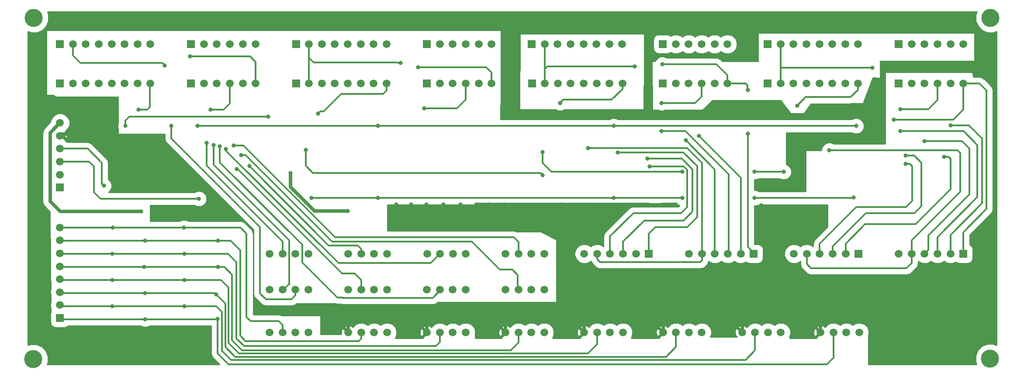
<source format=gbl>
G04 #@! TF.FileFunction,Copper,L2,Bot,Signal*
%FSLAX46Y46*%
G04 Gerber Fmt 4.6, Leading zero omitted, Abs format (unit mm)*
G04 Created by KiCad (PCBNEW 4.0.7) date 01/22/18 21:40:53*
%MOMM*%
%LPD*%
G01*
G04 APERTURE LIST*
%ADD10C,0.100000*%
%ADD11R,1.500000X1.500000*%
%ADD12C,1.500000*%
%ADD13C,3.500000*%
%ADD14C,0.800000*%
%ADD15C,0.700000*%
%ADD16C,0.300000*%
%ADD17C,0.254000*%
G04 APERTURE END LIST*
D10*
D11*
X82042000Y-59309000D03*
D12*
X84542000Y-59309000D03*
X87042000Y-59309000D03*
X89542000Y-59309000D03*
X92042000Y-59309000D03*
X94542000Y-59309000D03*
D11*
X82042000Y-66929000D03*
D12*
X84542000Y-66929000D03*
X87042000Y-66929000D03*
X89542000Y-66929000D03*
X92042000Y-66929000D03*
X94542000Y-66929000D03*
D11*
X219202000Y-66929000D03*
D12*
X221702000Y-66929000D03*
X224202000Y-66929000D03*
X226702000Y-66929000D03*
X229202000Y-66929000D03*
X231702000Y-66929000D03*
D11*
X193802000Y-66929000D03*
D12*
X196302000Y-66929000D03*
X198802000Y-66929000D03*
X201302000Y-66929000D03*
X203802000Y-66929000D03*
X206302000Y-66929000D03*
X208802000Y-66929000D03*
X211302000Y-66929000D03*
D11*
X173482000Y-66929000D03*
D12*
X175982000Y-66929000D03*
X178482000Y-66929000D03*
X180982000Y-66929000D03*
X183482000Y-66929000D03*
X185982000Y-66929000D03*
D11*
X148122000Y-66929000D03*
D12*
X150622000Y-66929000D03*
X153122000Y-66929000D03*
X155622000Y-66929000D03*
X158122000Y-66929000D03*
X160622000Y-66929000D03*
X163122000Y-66929000D03*
X165622000Y-66929000D03*
D11*
X127762000Y-66929000D03*
D12*
X130262000Y-66929000D03*
X132762000Y-66929000D03*
X135262000Y-66929000D03*
X137762000Y-66929000D03*
X140262000Y-66929000D03*
D11*
X102402000Y-66929000D03*
D12*
X104902000Y-66929000D03*
X107402000Y-66929000D03*
X109902000Y-66929000D03*
X112402000Y-66929000D03*
X114902000Y-66929000D03*
X117402000Y-66929000D03*
X119902000Y-66929000D03*
D11*
X56642000Y-66929000D03*
D12*
X59142000Y-66929000D03*
X61642000Y-66929000D03*
X64142000Y-66929000D03*
X66642000Y-66929000D03*
X69142000Y-66929000D03*
X71642000Y-66929000D03*
X74142000Y-66929000D03*
D11*
X231702000Y-99949000D03*
D12*
X229202000Y-99949000D03*
X226702000Y-99949000D03*
X224202000Y-99949000D03*
X221702000Y-99949000D03*
X219202000Y-99949000D03*
D11*
X211382000Y-99949000D03*
D12*
X208882000Y-99949000D03*
X206382000Y-99949000D03*
X203882000Y-99949000D03*
X201382000Y-99949000D03*
X198882000Y-99949000D03*
D11*
X191062000Y-99949000D03*
D12*
X188562000Y-99949000D03*
X186062000Y-99949000D03*
X183562000Y-99949000D03*
X181062000Y-99949000D03*
X178562000Y-99949000D03*
D11*
X170742000Y-99949000D03*
D12*
X168242000Y-99949000D03*
X165742000Y-99949000D03*
X163242000Y-99949000D03*
X160742000Y-99949000D03*
X158242000Y-99949000D03*
D11*
X56642000Y-87089000D03*
D12*
X56642000Y-84589000D03*
X56642000Y-82089000D03*
X56642000Y-79589000D03*
X56642000Y-77089000D03*
X56642000Y-74589000D03*
X150502000Y-106934000D03*
X148002000Y-106934000D03*
X145502000Y-106934000D03*
X143002000Y-106934000D03*
X135262000Y-106934000D03*
X132762000Y-106934000D03*
X130262000Y-106934000D03*
X127762000Y-106934000D03*
X120022000Y-106934000D03*
X117522000Y-106934000D03*
X115022000Y-106934000D03*
X112522000Y-106934000D03*
X104782000Y-106934000D03*
X102282000Y-106934000D03*
X99782000Y-106934000D03*
X97282000Y-106934000D03*
X150502000Y-99949000D03*
X148002000Y-99949000D03*
X145502000Y-99949000D03*
X143002000Y-99949000D03*
X135302000Y-99949000D03*
X132802000Y-99949000D03*
X130302000Y-99949000D03*
X127802000Y-99949000D03*
X104782000Y-99949000D03*
X102282000Y-99949000D03*
X99782000Y-99949000D03*
X97282000Y-99949000D03*
D11*
X56642000Y-112369000D03*
D12*
X56642000Y-109869000D03*
X56642000Y-107369000D03*
X56642000Y-104869000D03*
X56642000Y-102369000D03*
X56642000Y-99869000D03*
X56642000Y-97369000D03*
X56642000Y-94869000D03*
X211542000Y-115189000D03*
X209042000Y-115189000D03*
X206542000Y-115189000D03*
X204042000Y-115189000D03*
X196342000Y-115189000D03*
X193842000Y-115189000D03*
X191342000Y-115189000D03*
X188842000Y-115189000D03*
X181022000Y-115189000D03*
X178522000Y-115189000D03*
X176022000Y-115189000D03*
X173522000Y-115189000D03*
X165742000Y-115189000D03*
X163242000Y-115189000D03*
X160742000Y-115189000D03*
X158242000Y-115189000D03*
X150502000Y-115189000D03*
X148002000Y-115189000D03*
X145502000Y-115189000D03*
X143002000Y-115189000D03*
X135262000Y-115189000D03*
X132762000Y-115189000D03*
X130262000Y-115189000D03*
X127762000Y-115189000D03*
X120022000Y-115189000D03*
X117522000Y-115189000D03*
X115022000Y-115189000D03*
X112522000Y-115189000D03*
X104782000Y-115189000D03*
X102282000Y-115189000D03*
X99782000Y-115189000D03*
X97282000Y-115189000D03*
D11*
X219202000Y-59309000D03*
D12*
X221702000Y-59309000D03*
X224202000Y-59309000D03*
X226702000Y-59309000D03*
X229202000Y-59309000D03*
X231702000Y-59309000D03*
D11*
X193802000Y-59309000D03*
D12*
X196302000Y-59309000D03*
X198802000Y-59309000D03*
X201302000Y-59309000D03*
X203802000Y-59309000D03*
X206302000Y-59309000D03*
X208802000Y-59309000D03*
X211302000Y-59309000D03*
D11*
X173482000Y-59309000D03*
D12*
X175982000Y-59309000D03*
X178482000Y-59309000D03*
X180982000Y-59309000D03*
X183482000Y-59309000D03*
X185982000Y-59309000D03*
D11*
X148082000Y-59309000D03*
D12*
X150582000Y-59309000D03*
X153082000Y-59309000D03*
X155582000Y-59309000D03*
X158082000Y-59309000D03*
X160582000Y-59309000D03*
X163082000Y-59309000D03*
X165582000Y-59309000D03*
D11*
X127762000Y-59309000D03*
D12*
X130262000Y-59309000D03*
X132762000Y-59309000D03*
X135262000Y-59309000D03*
X137762000Y-59309000D03*
X140262000Y-59309000D03*
D11*
X102402000Y-59309000D03*
D12*
X104902000Y-59309000D03*
X107402000Y-59309000D03*
X109902000Y-59309000D03*
X112402000Y-59309000D03*
X114902000Y-59309000D03*
X117402000Y-59309000D03*
X119902000Y-59309000D03*
D11*
X56642000Y-59309000D03*
D12*
X59142000Y-59309000D03*
X61642000Y-59309000D03*
X64142000Y-59309000D03*
X66642000Y-59309000D03*
X69142000Y-59309000D03*
X71642000Y-59309000D03*
X74142000Y-59309000D03*
X120022000Y-99949000D03*
X117522000Y-99949000D03*
X115022000Y-99949000D03*
X112522000Y-99949000D03*
D13*
X51484867Y-120338819D03*
X236905439Y-120233904D03*
X236982000Y-54229000D03*
X51562000Y-54229000D03*
D14*
X66896384Y-78573497D03*
X153000000Y-95200000D03*
X149400000Y-95200000D03*
X146400000Y-95200000D03*
X143000000Y-95200000D03*
X140000000Y-95200000D03*
X137400000Y-95200000D03*
X134200000Y-95200000D03*
X131000000Y-95200000D03*
X127800000Y-95200000D03*
X124600000Y-95200000D03*
X121800000Y-95200000D03*
X158200000Y-90390696D03*
X156200000Y-90390696D03*
X170701769Y-90455493D03*
X173242799Y-90434140D03*
X192500000Y-87000000D03*
X192619336Y-94728215D03*
X192569631Y-92392072D03*
X192569630Y-90552982D03*
X142750000Y-90424000D03*
X139750000Y-90424000D03*
X66802000Y-84709000D03*
X143637000Y-59309000D03*
X143637000Y-62484000D03*
X143637000Y-65659000D03*
X143637000Y-69469000D03*
X143637000Y-72644000D03*
X226695000Y-54229000D03*
X236982000Y-64770000D03*
X121793000Y-90424000D03*
X124714000Y-90424000D03*
X127635000Y-90424000D03*
X130937000Y-90424000D03*
X134239000Y-90424000D03*
X66796944Y-83265973D03*
X83439000Y-91313000D03*
X88265000Y-91313000D03*
X85598000Y-91313000D03*
X192532000Y-96774000D03*
X203962000Y-90932000D03*
X201443833Y-90909950D03*
X229362000Y-54229000D03*
X231902000Y-54229000D03*
X236982000Y-59944000D03*
X236982000Y-62484000D03*
X235712000Y-107569000D03*
X235712000Y-110109000D03*
X235712000Y-112649000D03*
X228092000Y-118999000D03*
X225552000Y-118999000D03*
X223012000Y-118999000D03*
X51562000Y-107569000D03*
X51562000Y-110109000D03*
X51562000Y-112649000D03*
X60452000Y-118999000D03*
X62992000Y-118999000D03*
X65532000Y-118999000D03*
X62992000Y-54229000D03*
X60452000Y-54229000D03*
X57912000Y-54229000D03*
X52832000Y-59309000D03*
X52832000Y-61849000D03*
X52832000Y-64389000D03*
X153788509Y-90390696D03*
X176022000Y-90424000D03*
X137287000Y-90424000D03*
X80681691Y-94895497D03*
X66859671Y-94895497D03*
X87228129Y-97421043D03*
X73152000Y-97409000D03*
X80772000Y-99949000D03*
X66802000Y-99949000D03*
X72977961Y-102454177D03*
X87258875Y-102488213D03*
X80772000Y-105029000D03*
X66802000Y-105029000D03*
X86932093Y-107837773D03*
X73152000Y-107569000D03*
X80772000Y-110109000D03*
X66802000Y-110109000D03*
X87210104Y-112587821D03*
X73152000Y-112649000D03*
X72341637Y-91707249D03*
X112406078Y-91642973D03*
X101346000Y-84328000D03*
X76940774Y-63491474D03*
X71882000Y-72009000D03*
X90293581Y-78994000D03*
X88813502Y-79649366D03*
X93335793Y-82974847D03*
X85065462Y-78437169D03*
X122682000Y-62992000D03*
X106680000Y-72771000D03*
X168021000Y-63627000D03*
X153543000Y-70739000D03*
X170942000Y-83009901D03*
X170489874Y-81509010D03*
X164757441Y-80289061D03*
X214122000Y-63881000D03*
X199517000Y-71247000D03*
X220494924Y-82550000D03*
X220491210Y-80933599D03*
X227965000Y-81120416D03*
X78214643Y-75123023D03*
X86434412Y-78877825D03*
X81822466Y-61724875D03*
X90923497Y-83547610D03*
X87604797Y-79085601D03*
X85852000Y-72009000D03*
X91783727Y-80786370D03*
X210947000Y-75184000D03*
X163957000Y-75184000D03*
X118237000Y-75184000D03*
X83312000Y-75184000D03*
X210443612Y-89068784D03*
X191262000Y-89154000D03*
X177292000Y-89154000D03*
X105390064Y-89074536D03*
X163957000Y-89154000D03*
X118237000Y-89154000D03*
X83566000Y-89281000D03*
X65168205Y-86767554D03*
X159004000Y-79439051D03*
X189967731Y-68242775D03*
X189992000Y-76708000D03*
X173355000Y-63246000D03*
X180496776Y-77133400D03*
X173228000Y-76200000D03*
X173228000Y-70739000D03*
X177928771Y-77978000D03*
X205740000Y-79883000D03*
X218269844Y-73966692D03*
X229202000Y-75057000D03*
X219529419Y-76200000D03*
X219529419Y-71926800D03*
X224202000Y-78105000D03*
X127243137Y-71746544D03*
X126043662Y-63782807D03*
X96975820Y-73396254D03*
X69342000Y-75184000D03*
X150203461Y-84685309D03*
X104254997Y-79834308D03*
X191262000Y-84074000D03*
X177292000Y-84074000D03*
X150165355Y-80203820D03*
X196893305Y-84074000D03*
D15*
X56642000Y-77442000D02*
X56875838Y-77208162D01*
X56875838Y-77208162D02*
X57233317Y-77208162D01*
X57233317Y-77208162D02*
X58000000Y-77974845D01*
X58000000Y-77974845D02*
X58000000Y-78000000D01*
D16*
X56642000Y-77089000D02*
X56642000Y-77442000D01*
D15*
X60400000Y-76772164D02*
X60474903Y-76697261D01*
X60474903Y-76697261D02*
X63329473Y-76697261D01*
X63329473Y-76697261D02*
X65205709Y-78573497D01*
X65205709Y-78573497D02*
X66330699Y-78573497D01*
X66330699Y-78573497D02*
X66896384Y-78573497D01*
X66796944Y-78672937D02*
X66896384Y-78573497D01*
X66796944Y-83265973D02*
X66796944Y-78672937D01*
X59526883Y-76034288D02*
X59526883Y-76075610D01*
X59526883Y-76075610D02*
X60223437Y-76772164D01*
X60223437Y-76772164D02*
X60400000Y-76772164D01*
X56958836Y-76772164D02*
X60400000Y-76772164D01*
D16*
X59478030Y-75944779D02*
X59572615Y-75944779D01*
D15*
X58120597Y-76747659D02*
X58675150Y-76747659D01*
X58675150Y-76747659D02*
X59478030Y-75944779D01*
X55372000Y-69469000D02*
X54102000Y-69469000D01*
X59478030Y-75944779D02*
X59478030Y-73575030D01*
X59478030Y-73575030D02*
X55372000Y-69469000D01*
X54102000Y-69469000D02*
X52832000Y-68199000D01*
X52832000Y-68199000D02*
X52832000Y-64389000D01*
X56642000Y-77089000D02*
X56958836Y-76772164D01*
X149400000Y-95200000D02*
X153000000Y-95200000D01*
X143000000Y-95200000D02*
X146400000Y-95200000D01*
X137400000Y-95200000D02*
X140000000Y-95200000D01*
X131000000Y-95200000D02*
X134200000Y-95200000D01*
X124600000Y-95200000D02*
X127800000Y-95200000D01*
X121793000Y-90424000D02*
X121793000Y-95193000D01*
X121793000Y-95193000D02*
X121800000Y-95200000D01*
X156200000Y-90390696D02*
X158200000Y-90390696D01*
X158200000Y-90390696D02*
X170636972Y-90390696D01*
X153788509Y-90390696D02*
X156200000Y-90390696D01*
X170636972Y-90390696D02*
X170701769Y-90455493D01*
X170723122Y-90434140D02*
X170701769Y-90455493D01*
X173242799Y-90434140D02*
X170723122Y-90434140D01*
X173252939Y-90424000D02*
X173242799Y-90434140D01*
X176022000Y-90424000D02*
X173252939Y-90424000D01*
X192569631Y-94678510D02*
X192619336Y-94728215D01*
X192569631Y-92392072D02*
X192569631Y-94678510D01*
X192926598Y-90909950D02*
X192569630Y-90552982D01*
X201443833Y-90909950D02*
X192926598Y-90909950D01*
X142750000Y-90424000D02*
X153755205Y-90424000D01*
X139750000Y-90424000D02*
X142750000Y-90424000D01*
X137287000Y-90424000D02*
X139750000Y-90424000D01*
X143637000Y-65659000D02*
X143637000Y-62484000D01*
X143637000Y-72644000D02*
X143637000Y-69469000D01*
X85598000Y-91313000D02*
X88265000Y-91313000D01*
X201443833Y-90909950D02*
X203939950Y-90909950D01*
X203939950Y-90909950D02*
X203962000Y-90932000D01*
X231902000Y-54229000D02*
X229362000Y-54229000D01*
X236982000Y-62484000D02*
X236982000Y-59944000D01*
X235712000Y-110109000D02*
X235712000Y-107569000D01*
X228092000Y-118999000D02*
X229362000Y-118999000D01*
X229362000Y-118999000D02*
X235712000Y-112649000D01*
X223012000Y-118999000D02*
X225552000Y-118999000D01*
X51562000Y-110109000D02*
X51562000Y-107569000D01*
X60452000Y-118999000D02*
X57912000Y-118999000D01*
X57912000Y-118999000D02*
X51562000Y-112649000D01*
X65532000Y-118999000D02*
X62992000Y-118999000D01*
X57912000Y-54229000D02*
X60452000Y-54229000D01*
X52832000Y-61849000D02*
X52832000Y-59309000D01*
X112522000Y-115189000D02*
X112522000Y-112355952D01*
X112522000Y-112355952D02*
X113498952Y-111379000D01*
X113498952Y-111379000D02*
X127127000Y-111379000D01*
X127127000Y-111379000D02*
X129667000Y-111379000D01*
X127762000Y-112119034D02*
X127762000Y-112014000D01*
X127762000Y-112014000D02*
X127127000Y-111379000D01*
X127762000Y-115189000D02*
X127762000Y-112119034D01*
X127762000Y-112119034D02*
X128502034Y-111379000D01*
X128502034Y-111379000D02*
X129667000Y-111379000D01*
X129667000Y-111379000D02*
X142367000Y-111379000D01*
X143002000Y-112132238D02*
X143002000Y-112014000D01*
X142367000Y-111379000D02*
X144907000Y-111379000D01*
X143002000Y-112014000D02*
X142367000Y-111379000D01*
X143002000Y-115189000D02*
X143002000Y-112132238D01*
X143002000Y-112132238D02*
X143755238Y-111379000D01*
X143755238Y-111379000D02*
X144907000Y-111379000D01*
X155067000Y-110744000D02*
X155067000Y-91669187D01*
X155067000Y-111379000D02*
X155067000Y-110744000D01*
X144907000Y-111379000D02*
X154432000Y-111379000D01*
X154432000Y-111379000D02*
X155067000Y-111379000D01*
X155067000Y-110744000D02*
X154432000Y-111379000D01*
X155067000Y-91669187D02*
X154188508Y-90790695D01*
X153755205Y-90424000D02*
X153788509Y-90390696D01*
X154188508Y-90790695D02*
X153788509Y-90390696D01*
X155067000Y-111379000D02*
X156337000Y-112649000D01*
X158400846Y-113284000D02*
X159035846Y-112649000D01*
X156337000Y-112649000D02*
X157607000Y-112649000D01*
X158242000Y-113284000D02*
X157607000Y-112649000D01*
X158242000Y-113442846D02*
X158400846Y-113284000D01*
X158400846Y-113284000D02*
X158242000Y-113284000D01*
X157607000Y-112649000D02*
X159721340Y-112649000D01*
X158242000Y-115189000D02*
X158242000Y-113442846D01*
X159035846Y-112649000D02*
X159721340Y-112649000D01*
X172847000Y-112649000D02*
X174117000Y-112649000D01*
X174117000Y-112649000D02*
X188087000Y-112649000D01*
X173522000Y-113324000D02*
X173522000Y-113244000D01*
X173522000Y-113244000D02*
X174117000Y-112649000D01*
X188087000Y-112649000D02*
X189357000Y-112649000D01*
X189357000Y-112649000D02*
X202692000Y-112649000D01*
X188842000Y-113164000D02*
X189357000Y-112649000D01*
X188842000Y-113404000D02*
X188842000Y-113164000D01*
X203327000Y-112649000D02*
X204042000Y-113364000D01*
X204042000Y-113364000D02*
X204042000Y-115189000D01*
X203327000Y-112649000D02*
X202692000Y-112649000D01*
X188087000Y-112649000D02*
X188842000Y-113404000D01*
X188842000Y-113404000D02*
X188842000Y-115189000D01*
X159721340Y-112649000D02*
X172847000Y-112649000D01*
X172847000Y-112649000D02*
X173522000Y-113324000D01*
X173522000Y-113324000D02*
X173522000Y-115189000D01*
D16*
X99782000Y-115189000D02*
X99782000Y-113722291D01*
X99782000Y-113722291D02*
X99040640Y-112980931D01*
X93567129Y-112980931D02*
X92798431Y-112212233D01*
X99040640Y-112980931D02*
X93567129Y-112980931D01*
X92798431Y-112212233D02*
X92798431Y-96066684D01*
X92798431Y-96066684D02*
X91627244Y-94895497D01*
X91627244Y-94895497D02*
X80681691Y-94895497D01*
X99782000Y-115189000D02*
X99541348Y-115189000D01*
X57346614Y-94888384D02*
X80688804Y-94888384D01*
X80681691Y-94895497D02*
X80688804Y-94888384D01*
X66859671Y-94895497D02*
X80681691Y-94895497D01*
X56642000Y-94869000D02*
X66833174Y-94869000D01*
X66833174Y-94869000D02*
X66859671Y-94895497D01*
X115022000Y-115189000D02*
X115022000Y-116343836D01*
X115022000Y-116343836D02*
X114514214Y-116851622D01*
X114514214Y-116851622D02*
X92594622Y-116851622D01*
X92594622Y-116851622D02*
X91567000Y-115824000D01*
X91567000Y-115824000D02*
X91567000Y-99255385D01*
X91567000Y-99255385D02*
X89732658Y-97421043D01*
X89732658Y-97421043D02*
X87228129Y-97421043D01*
X73152000Y-97409000D02*
X85852000Y-97409000D01*
X85852000Y-97409000D02*
X85864043Y-97421043D01*
X85864043Y-97421043D02*
X87228129Y-97421043D01*
X87228129Y-97421043D02*
X87240172Y-97409000D01*
X73152000Y-97409000D02*
X56682000Y-97409000D01*
X56682000Y-97409000D02*
X56642000Y-97369000D01*
X130262000Y-115189000D02*
X130262000Y-117054000D01*
X130262000Y-117054000D02*
X129466657Y-117849343D01*
X129466657Y-117849343D02*
X92319157Y-117849343D01*
X92319157Y-117849343D02*
X90816342Y-116346528D01*
X90816342Y-116346528D02*
X90816342Y-101577335D01*
X90816342Y-101577335D02*
X89188007Y-99949000D01*
X89188007Y-99949000D02*
X81337685Y-99949000D01*
X81337685Y-99949000D02*
X80772000Y-99949000D01*
X66802000Y-99949000D02*
X80772000Y-99949000D01*
X66802000Y-99949000D02*
X56722000Y-99949000D01*
X56722000Y-99949000D02*
X56642000Y-99869000D01*
X56642000Y-102369000D02*
X56753535Y-102480535D01*
X56753535Y-102480535D02*
X72951603Y-102480535D01*
X72951603Y-102480535D02*
X72977961Y-102454177D01*
X87258875Y-102488213D02*
X73011997Y-102488213D01*
X73011997Y-102488213D02*
X72977961Y-102454177D01*
X87258088Y-102489000D02*
X87258875Y-102488213D01*
X145502000Y-115189000D02*
X145502000Y-117134997D01*
X143989860Y-118647137D02*
X91905603Y-118647137D01*
X90006904Y-116748438D02*
X90006904Y-104013021D01*
X145502000Y-117134997D02*
X143989860Y-118647137D01*
X91905603Y-118647137D02*
X90006904Y-116748438D01*
X90006904Y-104013021D02*
X88519475Y-102525592D01*
X88519475Y-102525592D02*
X87296254Y-102525592D01*
X87296254Y-102525592D02*
X87258875Y-102488213D01*
X56762000Y-102489000D02*
X56642000Y-102369000D01*
X160742000Y-115189000D02*
X160742000Y-117484430D01*
X160742000Y-117484430D02*
X158969353Y-119257077D01*
X158969353Y-119257077D02*
X91288257Y-119257077D01*
X91288257Y-119257077D02*
X89260136Y-117228956D01*
X89260136Y-117228956D02*
X89260136Y-106454490D01*
X89260136Y-106454490D02*
X87834646Y-105029000D01*
X87834646Y-105029000D02*
X81337685Y-105029000D01*
X81337685Y-105029000D02*
X80772000Y-105029000D01*
X66802000Y-105029000D02*
X80772000Y-105029000D01*
X66802000Y-105029000D02*
X56802000Y-105029000D01*
X56802000Y-105029000D02*
X56642000Y-104869000D01*
X176022000Y-115189000D02*
X176022000Y-117998306D01*
X176022000Y-117998306D02*
X174095164Y-119925142D01*
X174095164Y-119925142D02*
X90579313Y-119925142D01*
X90579313Y-119925142D02*
X88660125Y-118005954D01*
X87332092Y-108237772D02*
X86932093Y-107837773D01*
X88660125Y-118005954D02*
X88660125Y-109565805D01*
X88660125Y-109565805D02*
X87332092Y-108237772D01*
X86663320Y-107569000D02*
X86932093Y-107837773D01*
X73152000Y-107569000D02*
X86663320Y-107569000D01*
X73152000Y-107569000D02*
X56842000Y-107569000D01*
X56842000Y-107569000D02*
X56642000Y-107369000D01*
X191342000Y-115189000D02*
X191342000Y-118677948D01*
X191342000Y-118677948D02*
X189494795Y-120525153D01*
X189494795Y-120525153D02*
X89797804Y-120525153D01*
X89797804Y-120525153D02*
X88060114Y-118787463D01*
X88060114Y-118787463D02*
X88060114Y-111218560D01*
X88060114Y-111218560D02*
X86950554Y-110109000D01*
X86950554Y-110109000D02*
X81337685Y-110109000D01*
X81337685Y-110109000D02*
X80772000Y-110109000D01*
X66802000Y-110109000D02*
X80772000Y-110109000D01*
X66802000Y-110109000D02*
X56882000Y-110109000D01*
X56882000Y-110109000D02*
X56642000Y-109869000D01*
X206542000Y-115189000D02*
X206542000Y-120119367D01*
X206542000Y-120119367D02*
X205316765Y-121344602D01*
X89273521Y-121344602D02*
X87210104Y-119281185D01*
X205316765Y-121344602D02*
X89273521Y-121344602D01*
X87210104Y-113153506D02*
X87210104Y-112587821D01*
X87210104Y-119281185D02*
X87210104Y-113153506D01*
X73152000Y-112649000D02*
X87148925Y-112649000D01*
X87148925Y-112649000D02*
X87210104Y-112587821D01*
X73152000Y-112649000D02*
X56922000Y-112649000D01*
X56922000Y-112649000D02*
X56642000Y-112369000D01*
D15*
X71775952Y-91707249D02*
X72341637Y-91707249D01*
X56655249Y-91707249D02*
X71775952Y-91707249D01*
X54737000Y-89789000D02*
X56655249Y-91707249D01*
X54737000Y-76494000D02*
X54737000Y-89789000D01*
X56642000Y-74589000D02*
X54737000Y-76494000D01*
X101346000Y-86995000D02*
X105993973Y-91642973D01*
X101346000Y-84328000D02*
X101346000Y-86995000D01*
X105993973Y-91642973D02*
X111840393Y-91642973D01*
X111840393Y-91642973D02*
X112406078Y-91642973D01*
D16*
X59142000Y-59309000D02*
X59142000Y-61515201D01*
X59142000Y-61515201D02*
X60550277Y-62923478D01*
X60550277Y-62923478D02*
X76513313Y-62923478D01*
X76513313Y-62923478D02*
X76940774Y-63350939D01*
X76940774Y-63350939D02*
X76940774Y-63491474D01*
X71882000Y-72009000D02*
X73508672Y-72009000D01*
X73508672Y-72009000D02*
X74019220Y-71498452D01*
X74019220Y-71498452D02*
X74019220Y-67331780D01*
X74019220Y-67331780D02*
X74422000Y-66929000D01*
X145502000Y-99949000D02*
X145502000Y-97686835D01*
X145502000Y-97686835D02*
X144589165Y-96774000D01*
X144589165Y-96774000D02*
X109982000Y-96774000D01*
X109982000Y-96774000D02*
X92202000Y-78994000D01*
X92202000Y-78994000D02*
X90293581Y-78994000D01*
X130302000Y-99949000D02*
X128501990Y-101749010D01*
X110602778Y-101749010D02*
X88812463Y-79958695D01*
X128501990Y-101749010D02*
X110602778Y-101749010D01*
X88812463Y-79958695D02*
X88812463Y-79650405D01*
X88812463Y-79650405D02*
X88813502Y-79649366D01*
X115022000Y-99949000D02*
X115022000Y-99011974D01*
X115022000Y-99011974D02*
X114352950Y-98342924D01*
X114352950Y-98342924D02*
X108703870Y-98342924D01*
X108703870Y-98342924D02*
X93735792Y-83374846D01*
X93735792Y-83374846D02*
X93335793Y-82974847D01*
X115052772Y-99979772D02*
X115057264Y-99975280D01*
X99782000Y-99949000D02*
X99782000Y-97572653D01*
X99782000Y-97572653D02*
X85065462Y-82856115D01*
X85065462Y-82856115D02*
X85065462Y-79002854D01*
X85065462Y-79002854D02*
X85065462Y-78437169D01*
X85157886Y-78350205D02*
X85070922Y-78437169D01*
X85070922Y-78437169D02*
X85065462Y-78437169D01*
X104902000Y-66929000D02*
X104902000Y-65868340D01*
X104902000Y-65868340D02*
X104902000Y-59309000D01*
X105791000Y-62865000D02*
X104902000Y-61976000D01*
X104902000Y-61976000D02*
X104902000Y-59309000D01*
X121989315Y-62865000D02*
X105791000Y-62865000D01*
X122682000Y-62992000D02*
X122116315Y-62992000D01*
X122116315Y-62992000D02*
X121989315Y-62865000D01*
X119253000Y-68961000D02*
X119902000Y-68312000D01*
X119902000Y-68312000D02*
X119902000Y-66929000D01*
X111125000Y-68961000D02*
X119253000Y-68961000D01*
X107714999Y-72371001D02*
X111125000Y-68961000D01*
X106680000Y-72771000D02*
X107079999Y-72371001D01*
X107079999Y-72371001D02*
X107714999Y-72371001D01*
X150582000Y-59309000D02*
X150582000Y-66889000D01*
X150582000Y-66889000D02*
X150622000Y-66929000D01*
X151130000Y-63627000D02*
X150622000Y-64135000D01*
X150622000Y-64135000D02*
X150622000Y-66929000D01*
X168021000Y-63627000D02*
X151130000Y-63627000D01*
X153543000Y-70739000D02*
X153543000Y-70713391D01*
X153543000Y-70713391D02*
X154152391Y-70104000D01*
X154152391Y-70104000D02*
X163576000Y-70104000D01*
X163576000Y-70104000D02*
X165622000Y-68058000D01*
X165622000Y-68058000D02*
X165622000Y-66929000D01*
X163242000Y-99949000D02*
X163242000Y-96568882D01*
X167735882Y-92075000D02*
X176993912Y-92075000D01*
X171507685Y-83009901D02*
X170942000Y-83009901D01*
X163242000Y-96568882D02*
X167735882Y-92075000D01*
X176993912Y-92075000D02*
X178181000Y-90887912D01*
X178181000Y-90887912D02*
X178181000Y-83704998D01*
X178181000Y-83704998D02*
X177485903Y-83009901D01*
X177485903Y-83009901D02*
X171507685Y-83009901D01*
X165742000Y-99949000D02*
X165742000Y-97596041D01*
X165742000Y-97596041D02*
X169857087Y-93480954D01*
X169857087Y-93480954D02*
X177528974Y-93480954D01*
X177528974Y-93480954D02*
X179246263Y-91763665D01*
X179246263Y-91763665D02*
X179246263Y-83615263D01*
X179246263Y-83615263D02*
X177140010Y-81509010D01*
X177140010Y-81509010D02*
X171055559Y-81509010D01*
X171055559Y-81509010D02*
X170489874Y-81509010D01*
X170742000Y-99949000D02*
X170742000Y-96066310D01*
X170742000Y-96066310D02*
X172014195Y-94794115D01*
X172014195Y-94794115D02*
X178153457Y-94794115D01*
X180116796Y-82961796D02*
X177444061Y-80289061D01*
X178153457Y-94794115D02*
X180116796Y-92830776D01*
X180116796Y-92830776D02*
X180116796Y-82961796D01*
X177444061Y-80289061D02*
X164757441Y-80289061D01*
X196302000Y-59309000D02*
X196302000Y-66929000D01*
X196469000Y-63881000D02*
X196302000Y-64048000D01*
X196302000Y-64048000D02*
X196302000Y-66929000D01*
X214122000Y-63881000D02*
X196469000Y-63881000D01*
X199517000Y-71247000D02*
X201168000Y-69596000D01*
X201168000Y-69596000D02*
X209857744Y-69596000D01*
X209857744Y-69596000D02*
X211291372Y-68162372D01*
X211291372Y-68162372D02*
X211302000Y-68173000D01*
X211302000Y-68173000D02*
X211302000Y-66929000D01*
X203882000Y-99949000D02*
X203882000Y-97997902D01*
X203882000Y-97997902D02*
X210947902Y-90932000D01*
X210947902Y-90932000D02*
X220594609Y-90932000D01*
X221823735Y-83027929D02*
X221345806Y-82550000D01*
X221345806Y-82550000D02*
X220494924Y-82550000D01*
X220594609Y-90932000D02*
X221823735Y-89702874D01*
X221823735Y-89702874D02*
X221823735Y-83027929D01*
X206382000Y-99949000D02*
X206382000Y-98477756D01*
X212791050Y-92068706D02*
X222244689Y-92068706D01*
X206382000Y-98477756D02*
X212791050Y-92068706D01*
X222244689Y-92068706D02*
X223588195Y-90725200D01*
X223588195Y-90725200D02*
X223588195Y-82326144D01*
X223588195Y-82326144D02*
X222195650Y-80933599D01*
X222195650Y-80933599D02*
X220491210Y-80933599D01*
X208882000Y-99949000D02*
X208882000Y-97986900D01*
X208882000Y-97986900D02*
X212634900Y-94234000D01*
X212634900Y-94234000D02*
X222471866Y-94234000D01*
X222471866Y-94234000D02*
X229254924Y-87450942D01*
X229254924Y-87450942D02*
X229254924Y-81536385D01*
X229254924Y-81536385D02*
X228838955Y-81120416D01*
X228838955Y-81120416D02*
X227965000Y-81120416D01*
X102282000Y-106934000D02*
X102282000Y-108016341D01*
X102282000Y-108016341D02*
X101506849Y-108791492D01*
X101506849Y-108791492D02*
X96558869Y-108791492D01*
X96558869Y-108791492D02*
X95420652Y-107653275D01*
X95420652Y-107653275D02*
X95420652Y-94808000D01*
X78214643Y-75688708D02*
X78214643Y-75123023D01*
X95420652Y-94808000D02*
X78214643Y-77601991D01*
X78214643Y-77601991D02*
X78214643Y-75688708D01*
X94542000Y-66929000D02*
X94542000Y-62753244D01*
X94542000Y-62753244D02*
X93513631Y-61724875D01*
X93513631Y-61724875D02*
X82388151Y-61724875D01*
X82388151Y-61724875D02*
X81822466Y-61724875D01*
X101095849Y-105848967D02*
X101081999Y-105835117D01*
X101081999Y-105835117D02*
X101081999Y-97314890D01*
X101081999Y-97314890D02*
X86434412Y-82667303D01*
X86434412Y-82667303D02*
X86434412Y-79443510D01*
X86434412Y-79443510D02*
X86434412Y-78877825D01*
X99982000Y-106934000D02*
X101081999Y-105834001D01*
X90923497Y-83547610D02*
X91050186Y-83547610D01*
X91050186Y-83547610D02*
X111282263Y-103779687D01*
X111282263Y-103779687D02*
X113771313Y-103779687D01*
X113771313Y-103779687D02*
X115022000Y-105030374D01*
X115022000Y-105030374D02*
X115022000Y-106934000D01*
X111273865Y-108455180D02*
X110393486Y-108455180D01*
X110393486Y-108455180D02*
X103581999Y-101643693D01*
X103581999Y-101643693D02*
X103581999Y-98196922D01*
X103581999Y-98196922D02*
X87604797Y-82219720D01*
X87604797Y-82219720D02*
X87604797Y-79651286D01*
X87604797Y-79651286D02*
X87604797Y-79085601D01*
X85852000Y-72009000D02*
X88373693Y-72009000D01*
X88373693Y-72009000D02*
X89542000Y-70840693D01*
X89542000Y-70840693D02*
X89542000Y-66929000D01*
X130462000Y-106934000D02*
X128919188Y-108476812D01*
X128919188Y-108476812D02*
X111230600Y-108476812D01*
X145702000Y-107329813D02*
X145370884Y-106998697D01*
X145370884Y-106998697D02*
X145370884Y-104117101D01*
X145370884Y-104117101D02*
X144286858Y-103033075D01*
X136449048Y-97586258D02*
X109390558Y-97586258D01*
X144286858Y-103033075D02*
X141895865Y-103033075D01*
X109390558Y-97586258D02*
X92590670Y-80786370D01*
X141895865Y-103033075D02*
X136449048Y-97586258D01*
X92590670Y-80786370D02*
X91783727Y-80786370D01*
X163957000Y-75184000D02*
X210947000Y-75184000D01*
X118237000Y-75184000D02*
X163957000Y-75184000D01*
X98552000Y-75184000D02*
X118237000Y-75184000D01*
X83312000Y-75184000D02*
X98552000Y-75184000D01*
X210358396Y-89154000D02*
X210443612Y-89068784D01*
X191262000Y-89154000D02*
X210358396Y-89154000D01*
X56642000Y-82089000D02*
X62267923Y-82089000D01*
X62267923Y-82089000D02*
X63183450Y-83004527D01*
X63183450Y-83004527D02*
X63183450Y-87993866D01*
X63183450Y-87993866D02*
X64445779Y-89256195D01*
X64445779Y-89256195D02*
X83521845Y-89256195D01*
X83521845Y-89256195D02*
X83566000Y-89300350D01*
X83566000Y-89300350D02*
X83566000Y-89281000D01*
X163957000Y-89154000D02*
X177292000Y-89154000D01*
X118237000Y-89154000D02*
X163957000Y-89154000D01*
X118237000Y-89154000D02*
X105469528Y-89154000D01*
X105469528Y-89154000D02*
X105390064Y-89074536D01*
X56642000Y-79589000D02*
X61988984Y-79589000D01*
X61988984Y-79589000D02*
X64768206Y-82368222D01*
X64768206Y-82368222D02*
X64768206Y-86367555D01*
X64768206Y-86367555D02*
X65168205Y-86767554D01*
X159569685Y-79439051D02*
X159004000Y-79439051D01*
X181062000Y-99949000D02*
X181062000Y-82346752D01*
X181062000Y-82346752D02*
X178154299Y-79439051D01*
X178154299Y-79439051D02*
X159569685Y-79439051D01*
X180763340Y-101557660D02*
X181062000Y-101259000D01*
X181062000Y-101259000D02*
X181062000Y-99949000D01*
X161290000Y-101557660D02*
X180763340Y-101557660D01*
X160742000Y-99949000D02*
X160742000Y-101009660D01*
X160742000Y-101009660D02*
X161290000Y-101557660D01*
X185982000Y-66929000D02*
X189495048Y-66929000D01*
X189495048Y-66929000D02*
X189905952Y-67339904D01*
X189905952Y-67339904D02*
X189905952Y-68180996D01*
X189905952Y-68180996D02*
X189967731Y-68242775D01*
X191062000Y-99949000D02*
X191062000Y-99668201D01*
X191062000Y-99668201D02*
X189992000Y-98598201D01*
X189992000Y-98598201D02*
X189992000Y-76708000D01*
X173355000Y-63246000D02*
X183896000Y-63246000D01*
X183896000Y-63246000D02*
X185982000Y-65332000D01*
X185982000Y-65332000D02*
X185982000Y-66929000D01*
X188562000Y-99949000D02*
X188562000Y-85198624D01*
X180896775Y-77533399D02*
X180496776Y-77133400D01*
X188562000Y-85198624D02*
X180896775Y-77533399D01*
X173228000Y-70739000D02*
X179710474Y-70739000D01*
X179710474Y-70739000D02*
X180982000Y-69467474D01*
X180982000Y-69467474D02*
X180982000Y-66929000D01*
X186062000Y-99949000D02*
X186240948Y-99770052D01*
X186240948Y-99770052D02*
X186240948Y-84555485D01*
X186240948Y-84555485D02*
X177885463Y-76200000D01*
X177885463Y-76200000D02*
X173228000Y-76200000D01*
X183562000Y-99949000D02*
X183562000Y-83611229D01*
X183562000Y-83611229D02*
X177928771Y-77978000D01*
X221702000Y-99949000D02*
X221702000Y-101767000D01*
X221702000Y-101767000D02*
X220726000Y-102743000D01*
X220726000Y-102743000D02*
X202184000Y-102743000D01*
X202184000Y-102743000D02*
X201377778Y-101936778D01*
X201377778Y-101936778D02*
X201377778Y-101013882D01*
X201377778Y-101013882D02*
X201382000Y-101009660D01*
X201382000Y-101009660D02*
X201382000Y-99949000D01*
X205740000Y-79883000D02*
X230597711Y-79883000D01*
X230597711Y-79883000D02*
X231111761Y-80397050D01*
X231111761Y-80397050D02*
X231111761Y-87901858D01*
X231111761Y-87901858D02*
X221702000Y-97311619D01*
X221702000Y-97311619D02*
X221702000Y-99949000D01*
X231702000Y-66929000D02*
X231702000Y-71988645D01*
X231702000Y-71988645D02*
X229723953Y-73966692D01*
X229723953Y-73966692D02*
X218835529Y-73966692D01*
X218835529Y-73966692D02*
X218269844Y-73966692D01*
X231702000Y-99949000D02*
X231702000Y-95792616D01*
X231702000Y-95792616D02*
X236220000Y-91274616D01*
X236220000Y-91274616D02*
X236220000Y-68325362D01*
X236220000Y-68325362D02*
X234823638Y-66929000D01*
X234823638Y-66929000D02*
X231702000Y-66929000D01*
X229202000Y-99949000D02*
X229202000Y-96273331D01*
X229202000Y-96273331D02*
X235331000Y-90144331D01*
X235331000Y-90144331D02*
X235331000Y-77583084D01*
X235331000Y-77583084D02*
X232804916Y-75057000D01*
X232804916Y-75057000D02*
X229202000Y-75057000D01*
X226702000Y-99949000D02*
X226702000Y-96725199D01*
X234442000Y-78869303D02*
X231772697Y-76200000D01*
X226702000Y-96725199D02*
X234442000Y-88985199D01*
X234442000Y-88985199D02*
X234442000Y-78869303D01*
X231772697Y-76200000D02*
X219529419Y-76200000D01*
X226702000Y-66929000D02*
X226702000Y-70173245D01*
X226702000Y-70173245D02*
X224948445Y-71926800D01*
X224948445Y-71926800D02*
X220095104Y-71926800D01*
X220095104Y-71926800D02*
X219529419Y-71926800D01*
X224202000Y-99949000D02*
X224951999Y-99199001D01*
X224951999Y-99199001D02*
X224951999Y-96398221D01*
X224951999Y-96398221D02*
X232898471Y-88451749D01*
X232898471Y-88451749D02*
X232898471Y-79555185D01*
X231448286Y-78105000D02*
X224202000Y-78105000D01*
X232898471Y-79555185D02*
X231448286Y-78105000D01*
X135262000Y-66929000D02*
X135262000Y-70051824D01*
X135262000Y-70051824D02*
X133567280Y-71746544D01*
X133567280Y-71746544D02*
X127808822Y-71746544D01*
X127808822Y-71746544D02*
X127243137Y-71746544D01*
X140262000Y-66929000D02*
X140262000Y-64784671D01*
X140262000Y-64784671D02*
X139260136Y-63782807D01*
X139260136Y-63782807D02*
X126609347Y-63782807D01*
X126609347Y-63782807D02*
X126043662Y-63782807D01*
X69342000Y-75184000D02*
X69342000Y-74117101D01*
X69342000Y-74117101D02*
X70062847Y-73396254D01*
X70062847Y-73396254D02*
X96410135Y-73396254D01*
X96410135Y-73396254D02*
X96975820Y-73396254D01*
X104254997Y-79834308D02*
X104254997Y-82881405D01*
X149803462Y-84285310D02*
X150203461Y-84685309D01*
X104254997Y-82881405D02*
X105658902Y-84285310D01*
X105658902Y-84285310D02*
X149803462Y-84285310D01*
X196893305Y-84074000D02*
X191262000Y-84074000D01*
X177292000Y-84074000D02*
X151888016Y-84074000D01*
X151888016Y-84074000D02*
X150176740Y-82362724D01*
X150176740Y-82362724D02*
X150176740Y-80215205D01*
X150176740Y-80215205D02*
X150165355Y-80203820D01*
X196893305Y-84074000D02*
X196916029Y-84096724D01*
D17*
G36*
X234105500Y-53654219D02*
X234104501Y-54798760D01*
X234541576Y-55856561D01*
X235350182Y-56666580D01*
X236407219Y-57105500D01*
X237551760Y-57106499D01*
X238125000Y-56869641D01*
X238125000Y-117625140D01*
X237480220Y-117357404D01*
X236335679Y-117356405D01*
X235277878Y-117793480D01*
X234467859Y-118602086D01*
X234028939Y-119659123D01*
X234027940Y-120803664D01*
X234279300Y-121412000D01*
X213327000Y-121412000D01*
X213327000Y-115784772D01*
X213418674Y-115563996D01*
X213419325Y-114817280D01*
X213134171Y-114127154D01*
X212606624Y-113598684D01*
X211916996Y-113312326D01*
X211170280Y-113311675D01*
X210480154Y-113596829D01*
X210292135Y-113784520D01*
X210106624Y-113598684D01*
X209416996Y-113312326D01*
X208670280Y-113311675D01*
X207980154Y-113596829D01*
X207792135Y-113784520D01*
X207606624Y-113598684D01*
X206916996Y-113312326D01*
X206170280Y-113311675D01*
X205480154Y-113596829D01*
X204961308Y-114114768D01*
X204948966Y-114102426D01*
X204833911Y-114217481D01*
X204765923Y-113976540D01*
X204246829Y-113791799D01*
X203696552Y-113819770D01*
X203318077Y-113976540D01*
X203250088Y-114217483D01*
X204042000Y-115009395D01*
X204056143Y-114995253D01*
X204235748Y-115174858D01*
X204221605Y-115189000D01*
X204235748Y-115203143D01*
X204056143Y-115382748D01*
X204042000Y-115368605D01*
X203250088Y-116160517D01*
X203281828Y-116273000D01*
X198123946Y-116273000D01*
X198126880Y-116205517D01*
X198118315Y-116153841D01*
X198091035Y-116111447D01*
X198049410Y-116083006D01*
X198006750Y-116074367D01*
X198218674Y-115563996D01*
X198219179Y-114984171D01*
X202644799Y-114984171D01*
X202672770Y-115534448D01*
X202829540Y-115912923D01*
X203070483Y-115980912D01*
X203862395Y-115189000D01*
X203070483Y-114397088D01*
X202829540Y-114465077D01*
X202644799Y-114984171D01*
X198219179Y-114984171D01*
X198219325Y-114817280D01*
X197934171Y-114127154D01*
X197406624Y-113598684D01*
X196716996Y-113312326D01*
X195970280Y-113311675D01*
X195280154Y-113596829D01*
X195092135Y-113784520D01*
X194906624Y-113598684D01*
X194216996Y-113312326D01*
X193470280Y-113311675D01*
X192780154Y-113596829D01*
X192592135Y-113784520D01*
X192406624Y-113598684D01*
X191716996Y-113312326D01*
X190970280Y-113311675D01*
X190280154Y-113596829D01*
X189761308Y-114114768D01*
X189748966Y-114102426D01*
X189633911Y-114217481D01*
X189565923Y-113976540D01*
X189046829Y-113791799D01*
X188496552Y-113819770D01*
X188118077Y-113976540D01*
X188050088Y-114217483D01*
X188842000Y-115009395D01*
X188856143Y-114995253D01*
X189035748Y-115174858D01*
X189021605Y-115189000D01*
X189035748Y-115203143D01*
X188856143Y-115382748D01*
X188842000Y-115368605D01*
X188827858Y-115382748D01*
X188648253Y-115203143D01*
X188662395Y-115189000D01*
X187870483Y-114397088D01*
X187629540Y-114465077D01*
X187444799Y-114984171D01*
X187472770Y-115534448D01*
X187629540Y-115912923D01*
X187870481Y-115980911D01*
X187778392Y-116073000D01*
X182687317Y-116073000D01*
X182898674Y-115563996D01*
X182899325Y-114817280D01*
X182614171Y-114127154D01*
X182086624Y-113598684D01*
X181396996Y-113312326D01*
X180650280Y-113311675D01*
X179960154Y-113596829D01*
X179772135Y-113784520D01*
X179586624Y-113598684D01*
X178896996Y-113312326D01*
X178150280Y-113311675D01*
X177460154Y-113596829D01*
X177272135Y-113784520D01*
X177086624Y-113598684D01*
X176396996Y-113312326D01*
X175650280Y-113311675D01*
X174960154Y-113596829D01*
X174441308Y-114114768D01*
X174428966Y-114102426D01*
X174313911Y-114217481D01*
X174245923Y-113976540D01*
X173726829Y-113791799D01*
X173176552Y-113819770D01*
X172798077Y-113976540D01*
X172730088Y-114217483D01*
X173522000Y-115009395D01*
X173536143Y-114995253D01*
X173715748Y-115174858D01*
X173701605Y-115189000D01*
X173715748Y-115203143D01*
X173536143Y-115382748D01*
X173522000Y-115368605D01*
X172730088Y-116160517D01*
X172761828Y-116273000D01*
X167312906Y-116273000D01*
X167332316Y-116253624D01*
X167618674Y-115563996D01*
X167619179Y-114984171D01*
X172124799Y-114984171D01*
X172152770Y-115534448D01*
X172309540Y-115912923D01*
X172550483Y-115980912D01*
X173342395Y-115189000D01*
X172550483Y-114397088D01*
X172309540Y-114465077D01*
X172124799Y-114984171D01*
X167619179Y-114984171D01*
X167619325Y-114817280D01*
X167334171Y-114127154D01*
X166806624Y-113598684D01*
X166116996Y-113312326D01*
X165370280Y-113311675D01*
X164680154Y-113596829D01*
X164492135Y-113784520D01*
X164306624Y-113598684D01*
X163616996Y-113312326D01*
X162870280Y-113311675D01*
X162180154Y-113596829D01*
X161992135Y-113784520D01*
X161806624Y-113598684D01*
X161116996Y-113312326D01*
X160370280Y-113311675D01*
X159680154Y-113596829D01*
X159161308Y-114114768D01*
X159148966Y-114102426D01*
X159033911Y-114217481D01*
X158965923Y-113976540D01*
X158446829Y-113791799D01*
X157896552Y-113819770D01*
X157518077Y-113976540D01*
X157450088Y-114217483D01*
X158242000Y-115009395D01*
X158256143Y-114995253D01*
X158435748Y-115174858D01*
X158421605Y-115189000D01*
X158435748Y-115203143D01*
X158256143Y-115382748D01*
X158242000Y-115368605D01*
X157450088Y-116160517D01*
X157481828Y-116273000D01*
X152072906Y-116273000D01*
X152092316Y-116253624D01*
X152378674Y-115563996D01*
X152379179Y-114984171D01*
X156844799Y-114984171D01*
X156872770Y-115534448D01*
X157029540Y-115912923D01*
X157270483Y-115980912D01*
X158062395Y-115189000D01*
X157270483Y-114397088D01*
X157029540Y-114465077D01*
X156844799Y-114984171D01*
X152379179Y-114984171D01*
X152379325Y-114817280D01*
X152094171Y-114127154D01*
X151566624Y-113598684D01*
X150876996Y-113312326D01*
X150130280Y-113311675D01*
X149440154Y-113596829D01*
X149252135Y-113784520D01*
X149066624Y-113598684D01*
X148376996Y-113312326D01*
X147630280Y-113311675D01*
X146940154Y-113596829D01*
X146752135Y-113784520D01*
X146566624Y-113598684D01*
X145876996Y-113312326D01*
X145130280Y-113311675D01*
X144440154Y-113596829D01*
X143921308Y-114114768D01*
X143908966Y-114102426D01*
X143793911Y-114217481D01*
X143725923Y-113976540D01*
X143206829Y-113791799D01*
X142656552Y-113819770D01*
X142278077Y-113976540D01*
X142210088Y-114217483D01*
X143002000Y-115009395D01*
X143016143Y-114995253D01*
X143195748Y-115174858D01*
X143181605Y-115189000D01*
X143195748Y-115203143D01*
X143016143Y-115382748D01*
X143002000Y-115368605D01*
X142210088Y-116160517D01*
X142241828Y-116273000D01*
X137127000Y-116273000D01*
X137127000Y-115592110D01*
X137138674Y-115563996D01*
X137139179Y-114984171D01*
X141604799Y-114984171D01*
X141632770Y-115534448D01*
X141789540Y-115912923D01*
X142030483Y-115980912D01*
X142822395Y-115189000D01*
X142030483Y-114397088D01*
X141789540Y-114465077D01*
X141604799Y-114984171D01*
X137139179Y-114984171D01*
X137139325Y-114817280D01*
X137124311Y-114780944D01*
X137122043Y-114764866D01*
X137100858Y-114724184D01*
X136854171Y-114127154D01*
X136326624Y-113598684D01*
X135636996Y-113312326D01*
X134890280Y-113311675D01*
X134200154Y-113596829D01*
X134012135Y-113784520D01*
X133826624Y-113598684D01*
X133136996Y-113312326D01*
X132390280Y-113311675D01*
X131700154Y-113596829D01*
X131512135Y-113784520D01*
X131326624Y-113598684D01*
X130636996Y-113312326D01*
X129890280Y-113311675D01*
X129200154Y-113596829D01*
X128681308Y-114114768D01*
X128668966Y-114102426D01*
X128553911Y-114217481D01*
X128485923Y-113976540D01*
X127966829Y-113791799D01*
X127416552Y-113819770D01*
X127038077Y-113976540D01*
X126970088Y-114217483D01*
X127762000Y-115009395D01*
X127776143Y-114995253D01*
X127955748Y-115174858D01*
X127941605Y-115189000D01*
X127955748Y-115203143D01*
X127776143Y-115382748D01*
X127762000Y-115368605D01*
X126970088Y-116160517D01*
X127001828Y-116273000D01*
X121592906Y-116273000D01*
X121612316Y-116253624D01*
X121898674Y-115563996D01*
X121899179Y-114984171D01*
X126364799Y-114984171D01*
X126392770Y-115534448D01*
X126549540Y-115912923D01*
X126790483Y-115980912D01*
X127582395Y-115189000D01*
X126790483Y-114397088D01*
X126549540Y-114465077D01*
X126364799Y-114984171D01*
X121899179Y-114984171D01*
X121899325Y-114817280D01*
X121614171Y-114127154D01*
X121086624Y-113598684D01*
X120396996Y-113312326D01*
X119650280Y-113311675D01*
X118960154Y-113596829D01*
X118772135Y-113784520D01*
X118586624Y-113598684D01*
X117896996Y-113312326D01*
X117150280Y-113311675D01*
X116460154Y-113596829D01*
X116272135Y-113784520D01*
X116086624Y-113598684D01*
X115396996Y-113312326D01*
X114650280Y-113311675D01*
X113960154Y-113596829D01*
X113441308Y-114114768D01*
X113428966Y-114102426D01*
X113313911Y-114217481D01*
X113245923Y-113976540D01*
X112726829Y-113791799D01*
X112176552Y-113819770D01*
X111798077Y-113976540D01*
X111730088Y-114217483D01*
X112522000Y-115009395D01*
X112536143Y-114995253D01*
X112715748Y-115174858D01*
X112701605Y-115189000D01*
X112715748Y-115203143D01*
X112536143Y-115382748D01*
X112522000Y-115368605D01*
X112507858Y-115382748D01*
X112328253Y-115203143D01*
X112342395Y-115189000D01*
X111550483Y-114397088D01*
X111309540Y-114465077D01*
X111124799Y-114984171D01*
X111152770Y-115534448D01*
X111169411Y-115574622D01*
X107127000Y-115574622D01*
X107127000Y-112000000D01*
X107118315Y-111953841D01*
X107091035Y-111911447D01*
X107049410Y-111883006D01*
X107000000Y-111873000D01*
X99636877Y-111873000D01*
X99529327Y-111801137D01*
X99040640Y-111703931D01*
X94096079Y-111703931D01*
X94075431Y-111683283D01*
X94075431Y-96066684D01*
X94044172Y-95909534D01*
X93978226Y-95577998D01*
X93701407Y-95163709D01*
X92530219Y-93992522D01*
X92495974Y-93969640D01*
X92115931Y-93715703D01*
X91627244Y-93618497D01*
X81564541Y-93618497D01*
X81547797Y-93601724D01*
X80986763Y-93368762D01*
X80379284Y-93368232D01*
X79817845Y-93600214D01*
X79806655Y-93611384D01*
X74127000Y-93611384D01*
X74127000Y-90533195D01*
X82658389Y-90533195D01*
X82699894Y-90574773D01*
X83260928Y-90807735D01*
X83868407Y-90808265D01*
X84429846Y-90576283D01*
X84859773Y-90147106D01*
X85092735Y-89586072D01*
X85093265Y-88978593D01*
X84861283Y-88417154D01*
X84432106Y-87987227D01*
X83871072Y-87754265D01*
X83263593Y-87753735D01*
X82717938Y-87979195D01*
X66115839Y-87979195D01*
X66461978Y-87633660D01*
X66694940Y-87072626D01*
X66695470Y-86465147D01*
X66463488Y-85903708D01*
X66045206Y-85484695D01*
X66045206Y-82368222D01*
X65948000Y-81879535D01*
X65891551Y-81795053D01*
X65671181Y-81465246D01*
X62891959Y-78686025D01*
X62853212Y-78660135D01*
X62477671Y-78409206D01*
X61988984Y-78312000D01*
X58019393Y-78312000D01*
X57716232Y-78008308D01*
X57728574Y-77995966D01*
X57613519Y-77880911D01*
X57854460Y-77812923D01*
X58039201Y-77293829D01*
X58011230Y-76743552D01*
X57854460Y-76365077D01*
X57613519Y-76297089D01*
X57728574Y-76182034D01*
X57715789Y-76169249D01*
X58232316Y-75653624D01*
X58518674Y-74963996D01*
X58519325Y-74217280D01*
X58234171Y-73527154D01*
X57706624Y-72998684D01*
X57016996Y-72712326D01*
X56270280Y-72711675D01*
X55580154Y-72996829D01*
X55051684Y-73524376D01*
X54765326Y-74214004D01*
X54765184Y-74377022D01*
X53692603Y-75449603D01*
X53372430Y-75928776D01*
X53268606Y-76450735D01*
X53260000Y-76494000D01*
X53260000Y-89789000D01*
X53372430Y-90354224D01*
X53692603Y-90833397D01*
X54673121Y-91813915D01*
X54765660Y-101993200D01*
X54765326Y-101994004D01*
X54764675Y-102740720D01*
X54772631Y-102759974D01*
X54787900Y-104439639D01*
X54765326Y-104494004D01*
X54764675Y-105240720D01*
X54795869Y-105316216D01*
X54810141Y-106886078D01*
X54765326Y-106994004D01*
X54764675Y-107740720D01*
X54819108Y-107872457D01*
X54832381Y-109332517D01*
X54765326Y-109494004D01*
X54764675Y-110240720D01*
X54842346Y-110428699D01*
X54848898Y-111149339D01*
X54833452Y-111171944D01*
X54742921Y-111619000D01*
X54742921Y-113119000D01*
X54821506Y-113536641D01*
X54871304Y-113614029D01*
X54873005Y-113801154D01*
X54881685Y-113846159D01*
X54908965Y-113888553D01*
X54950590Y-113916994D01*
X55000000Y-113927000D01*
X55078255Y-113927000D01*
X55444944Y-114177548D01*
X55892000Y-114268079D01*
X57392000Y-114268079D01*
X57809641Y-114189494D01*
X58193219Y-113942669D01*
X58204504Y-113926153D01*
X58205315Y-113926000D01*
X72269150Y-113926000D01*
X72285894Y-113942773D01*
X72846928Y-114175735D01*
X73454407Y-114176265D01*
X74015846Y-113944283D01*
X74034161Y-113926000D01*
X85933104Y-113926000D01*
X85933104Y-119281185D01*
X86030310Y-119769872D01*
X86227150Y-120064463D01*
X86307129Y-120184160D01*
X87534968Y-121412000D01*
X54154413Y-121412000D01*
X54361367Y-120913600D01*
X54362366Y-119769059D01*
X53925291Y-118711258D01*
X53116685Y-117901239D01*
X52059648Y-117462319D01*
X50915107Y-117461320D01*
X50419000Y-117666308D01*
X50419000Y-69465491D01*
X52705048Y-69465491D01*
X52713685Y-69515159D01*
X52740965Y-69557553D01*
X52782590Y-69585994D01*
X52832000Y-69596000D01*
X67873000Y-69596000D01*
X67873000Y-74739887D01*
X67815265Y-74878928D01*
X67814735Y-75486407D01*
X67873000Y-75627419D01*
X67873000Y-76600000D01*
X67881685Y-76646159D01*
X67908965Y-76688553D01*
X67950590Y-76716994D01*
X68000000Y-76727000D01*
X76937643Y-76727000D01*
X76937643Y-77601991D01*
X77034849Y-78090678D01*
X77280440Y-78458230D01*
X77311668Y-78504966D01*
X94143652Y-95336951D01*
X94143652Y-107653275D01*
X94240858Y-108141962D01*
X94486511Y-108509607D01*
X94517677Y-108556250D01*
X95655894Y-109694467D01*
X96070182Y-109971286D01*
X96558869Y-110068492D01*
X101506849Y-110068492D01*
X101995536Y-109971286D01*
X102409824Y-109694467D01*
X102477291Y-109627000D01*
X109892865Y-109627000D01*
X109904799Y-109634974D01*
X110393486Y-109732180D01*
X111121849Y-109732180D01*
X111230600Y-109753812D01*
X128919188Y-109753812D01*
X129407875Y-109656606D01*
X129822163Y-109379787D01*
X129824950Y-109377000D01*
X152750000Y-109377000D01*
X152796159Y-109368315D01*
X152838553Y-109341035D01*
X152866994Y-109299410D01*
X152877000Y-109250000D01*
X152877000Y-97250000D01*
X152871026Y-97211507D01*
X152846515Y-97167454D01*
X152806796Y-97136408D01*
X149806796Y-95636408D01*
X149750000Y-95623000D01*
X145120945Y-95623000D01*
X145077852Y-95594206D01*
X144589165Y-95497000D01*
X120127000Y-95497000D01*
X120127000Y-90431000D01*
X163074150Y-90431000D01*
X163090894Y-90447773D01*
X163651928Y-90680735D01*
X164259407Y-90681265D01*
X164820846Y-90449283D01*
X164839161Y-90431000D01*
X176409150Y-90431000D01*
X176425894Y-90447773D01*
X176700968Y-90561994D01*
X176464962Y-90798000D01*
X167735882Y-90798000D01*
X167247195Y-90895206D01*
X166900675Y-91126744D01*
X166832907Y-91172025D01*
X162339025Y-95665907D01*
X162062206Y-96080195D01*
X161965000Y-96568882D01*
X161965000Y-98517337D01*
X161806624Y-98358684D01*
X161116996Y-98072326D01*
X160370280Y-98071675D01*
X159680154Y-98356829D01*
X159492135Y-98544520D01*
X159306624Y-98358684D01*
X158616996Y-98072326D01*
X157870280Y-98071675D01*
X157180154Y-98356829D01*
X156651684Y-98884376D01*
X156365326Y-99574004D01*
X156364675Y-100320720D01*
X156649829Y-101010846D01*
X157177376Y-101539316D01*
X157867004Y-101825674D01*
X158613720Y-101826325D01*
X159303846Y-101541171D01*
X159491865Y-101353480D01*
X159543724Y-101405430D01*
X159562206Y-101498347D01*
X159795890Y-101848079D01*
X159839025Y-101912635D01*
X160387025Y-102460635D01*
X160801313Y-102737454D01*
X161290000Y-102834660D01*
X180763340Y-102834660D01*
X181252027Y-102737454D01*
X181666315Y-102460635D01*
X181964975Y-102161975D01*
X181986274Y-102130099D01*
X182241794Y-101747687D01*
X182318821Y-101360448D01*
X182497376Y-101539316D01*
X183187004Y-101825674D01*
X183933720Y-101826325D01*
X184623846Y-101541171D01*
X184811865Y-101353480D01*
X184997376Y-101539316D01*
X185687004Y-101825674D01*
X186433720Y-101826325D01*
X187123846Y-101541171D01*
X187311865Y-101353480D01*
X187497376Y-101539316D01*
X188187004Y-101825674D01*
X188933720Y-101826325D01*
X189576748Y-101560632D01*
X189864944Y-101757548D01*
X190312000Y-101848079D01*
X191812000Y-101848079D01*
X192229641Y-101769494D01*
X192613219Y-101522669D01*
X192870548Y-101146056D01*
X192961079Y-100699000D01*
X192961079Y-99199000D01*
X192882494Y-98781359D01*
X192635669Y-98397781D01*
X192259056Y-98140452D01*
X191812000Y-98049921D01*
X191269000Y-98049921D01*
X191269000Y-90681007D01*
X191564407Y-90681265D01*
X192125846Y-90449283D01*
X192144161Y-90431000D01*
X205373000Y-90431000D01*
X205373000Y-94700952D01*
X202979025Y-97094927D01*
X202702206Y-97509215D01*
X202605000Y-97997902D01*
X202605000Y-98517337D01*
X202446624Y-98358684D01*
X201756996Y-98072326D01*
X201010280Y-98071675D01*
X200320154Y-98356829D01*
X200132135Y-98544520D01*
X199946624Y-98358684D01*
X199256996Y-98072326D01*
X198510280Y-98071675D01*
X197820154Y-98356829D01*
X197291684Y-98884376D01*
X197005326Y-99574004D01*
X197004675Y-100320720D01*
X197289829Y-101010846D01*
X197817376Y-101539316D01*
X198507004Y-101825674D01*
X199253720Y-101826325D01*
X199943846Y-101541171D01*
X200100778Y-101384513D01*
X200100778Y-101936778D01*
X200197984Y-102425465D01*
X200406449Y-102737454D01*
X200474803Y-102839753D01*
X201281025Y-103645975D01*
X201695313Y-103922794D01*
X202184000Y-104020000D01*
X220726000Y-104020000D01*
X221214687Y-103922794D01*
X221628975Y-103645975D01*
X222604975Y-102669976D01*
X222881794Y-102255687D01*
X222894129Y-102193676D01*
X222979000Y-101767000D01*
X222979000Y-101380663D01*
X223137376Y-101539316D01*
X223827004Y-101825674D01*
X224573720Y-101826325D01*
X225263846Y-101541171D01*
X225451865Y-101353480D01*
X225637376Y-101539316D01*
X226327004Y-101825674D01*
X227073720Y-101826325D01*
X227763846Y-101541171D01*
X227951865Y-101353480D01*
X228137376Y-101539316D01*
X228827004Y-101825674D01*
X229573720Y-101826325D01*
X230216748Y-101560632D01*
X230504944Y-101757548D01*
X230952000Y-101848079D01*
X232452000Y-101848079D01*
X232869641Y-101769494D01*
X233253219Y-101522669D01*
X233510548Y-101146056D01*
X233601079Y-100699000D01*
X233601079Y-99199000D01*
X233522494Y-98781359D01*
X233275669Y-98397781D01*
X232979000Y-98195075D01*
X232979000Y-96321566D01*
X237122975Y-92177591D01*
X237235186Y-92009656D01*
X237399794Y-91763303D01*
X237497000Y-91274616D01*
X237497000Y-68325362D01*
X237399794Y-67836675D01*
X237122975Y-67422387D01*
X235726613Y-66026025D01*
X235634482Y-65964465D01*
X235312325Y-65749206D01*
X234823638Y-65652000D01*
X233637670Y-65652000D01*
X233552223Y-64882975D01*
X233544315Y-64850841D01*
X233517035Y-64808447D01*
X233475410Y-64780006D01*
X233426000Y-64770000D01*
X216662000Y-64770000D01*
X216615841Y-64778685D01*
X216573447Y-64805965D01*
X216545006Y-64847590D01*
X216535000Y-64897000D01*
X216535000Y-78606000D01*
X206622850Y-78606000D01*
X206606106Y-78589227D01*
X206045072Y-78356265D01*
X205437593Y-78355735D01*
X204876154Y-78587717D01*
X204446227Y-79016894D01*
X204213265Y-79577928D01*
X204213008Y-79873000D01*
X201250000Y-79873000D01*
X201203841Y-79881685D01*
X201161447Y-79908965D01*
X201133006Y-79950590D01*
X201123000Y-80000000D01*
X201123000Y-87877000D01*
X192144850Y-87877000D01*
X192128106Y-87860227D01*
X191567072Y-87627265D01*
X191269000Y-87627005D01*
X191269000Y-85601007D01*
X191564407Y-85601265D01*
X192125846Y-85369283D01*
X192144161Y-85351000D01*
X196010455Y-85351000D01*
X196027199Y-85367773D01*
X196588233Y-85600735D01*
X197195712Y-85601265D01*
X197757151Y-85369283D01*
X198187078Y-84940106D01*
X198420040Y-84379072D01*
X198420570Y-83771593D01*
X198188588Y-83210154D01*
X197759411Y-82780227D01*
X197377000Y-82621436D01*
X197377000Y-76461000D01*
X210064150Y-76461000D01*
X210080894Y-76477773D01*
X210641928Y-76710735D01*
X211249407Y-76711265D01*
X211810846Y-76479283D01*
X212240773Y-76050106D01*
X212473735Y-75489072D01*
X212474265Y-74881593D01*
X212242283Y-74320154D01*
X211813106Y-73890227D01*
X211252072Y-73657265D01*
X210644593Y-73656735D01*
X210083154Y-73888717D01*
X210064839Y-73907000D01*
X164839850Y-73907000D01*
X164823106Y-73890227D01*
X164262072Y-73657265D01*
X163654593Y-73656735D01*
X163093154Y-73888717D01*
X163074839Y-73907000D01*
X141995278Y-73907000D01*
X142011618Y-71880886D01*
X145669005Y-71880886D01*
X145677685Y-71928159D01*
X145704965Y-71970553D01*
X145746590Y-71998994D01*
X145796000Y-72009000D01*
X152653162Y-72009000D01*
X152676894Y-72032773D01*
X153237928Y-72265735D01*
X153845407Y-72266265D01*
X154406846Y-72034283D01*
X154432173Y-72009000D01*
X169672000Y-72009000D01*
X169717120Y-72000715D01*
X169759751Y-71973808D01*
X169788556Y-71932434D01*
X169798995Y-71883114D01*
X169879092Y-62751947D01*
X171308015Y-62751947D01*
X171450015Y-72010947D01*
X171458685Y-72055159D01*
X171485965Y-72097553D01*
X171527590Y-72125994D01*
X171577000Y-72136000D01*
X172610492Y-72136000D01*
X172922928Y-72265735D01*
X173530407Y-72266265D01*
X173845672Y-72136000D01*
X181102000Y-72136000D01*
X181149789Y-72126666D01*
X181191803Y-72098803D01*
X183059606Y-70231000D01*
X196278500Y-70231000D01*
X198145400Y-72720200D01*
X198197590Y-72760994D01*
X198247000Y-72771000D01*
X199205341Y-72771000D01*
X199211928Y-72773735D01*
X199819407Y-72774265D01*
X199827309Y-72771000D01*
X200787000Y-72771000D01*
X200856937Y-72750008D01*
X200892670Y-72714447D01*
X202120301Y-70873000D01*
X209857744Y-70873000D01*
X209892935Y-70866000D01*
X212217000Y-70866000D01*
X212267951Y-70855332D01*
X212309196Y-70826344D01*
X212335914Y-70783593D01*
X214207783Y-65791942D01*
X215491631Y-65876724D01*
X215546159Y-65868315D01*
X215588553Y-65841035D01*
X215616994Y-65799410D01*
X215627000Y-65750000D01*
X215627000Y-64238416D01*
X215648735Y-64186072D01*
X215649265Y-63578593D01*
X215627000Y-63524708D01*
X215627000Y-62750000D01*
X215618315Y-62703841D01*
X215591035Y-62661447D01*
X215549410Y-62633006D01*
X215519752Y-62627000D01*
X233750000Y-62627000D01*
X233796159Y-62618315D01*
X233838553Y-62591035D01*
X233866994Y-62549410D01*
X233877000Y-62500000D01*
X233877000Y-57250000D01*
X233868315Y-57203841D01*
X233841035Y-57161447D01*
X233799410Y-57133006D01*
X233750000Y-57123000D01*
X192000000Y-57123000D01*
X191953841Y-57131685D01*
X191911447Y-57158965D01*
X191883006Y-57200590D01*
X191873000Y-57250000D01*
X191873000Y-62500000D01*
X191881685Y-62546159D01*
X191908965Y-62588553D01*
X191950590Y-62616994D01*
X191980248Y-62623000D01*
X185078950Y-62623000D01*
X184798975Y-62343025D01*
X184782051Y-62331717D01*
X184384687Y-62066206D01*
X183896000Y-61969000D01*
X174237850Y-61969000D01*
X174221106Y-61952227D01*
X173660072Y-61719265D01*
X173052593Y-61718735D01*
X172491154Y-61950717D01*
X172061227Y-62379894D01*
X171960280Y-62623000D01*
X171435000Y-62623000D01*
X171387032Y-62632407D01*
X171345061Y-62660334D01*
X171317262Y-62702390D01*
X171308015Y-62751947D01*
X169879092Y-62751947D01*
X169915872Y-58559000D01*
X171582921Y-58559000D01*
X171582921Y-60059000D01*
X171661506Y-60476641D01*
X171908331Y-60860219D01*
X172284944Y-61117548D01*
X172732000Y-61208079D01*
X174232000Y-61208079D01*
X174649641Y-61129494D01*
X174972061Y-60922023D01*
X175607004Y-61185674D01*
X176353720Y-61186325D01*
X177043846Y-60901171D01*
X177231865Y-60713480D01*
X177417376Y-60899316D01*
X178107004Y-61185674D01*
X178853720Y-61186325D01*
X179543846Y-60901171D01*
X179731865Y-60713480D01*
X179917376Y-60899316D01*
X180607004Y-61185674D01*
X181353720Y-61186325D01*
X182043846Y-60901171D01*
X182231865Y-60713480D01*
X182417376Y-60899316D01*
X183107004Y-61185674D01*
X183853720Y-61186325D01*
X184543846Y-60901171D01*
X184731865Y-60713480D01*
X184917376Y-60899316D01*
X185607004Y-61185674D01*
X186353720Y-61186325D01*
X187043846Y-60901171D01*
X187572316Y-60373624D01*
X187858674Y-59683996D01*
X187859325Y-58937280D01*
X187574171Y-58247154D01*
X187046624Y-57718684D01*
X186356996Y-57432326D01*
X185610280Y-57431675D01*
X184920154Y-57716829D01*
X184732135Y-57904520D01*
X184546624Y-57718684D01*
X183856996Y-57432326D01*
X183110280Y-57431675D01*
X182420154Y-57716829D01*
X182232135Y-57904520D01*
X182046624Y-57718684D01*
X181356996Y-57432326D01*
X180610280Y-57431675D01*
X179920154Y-57716829D01*
X179732135Y-57904520D01*
X179546624Y-57718684D01*
X178856996Y-57432326D01*
X178110280Y-57431675D01*
X177420154Y-57716829D01*
X177232135Y-57904520D01*
X177046624Y-57718684D01*
X176356996Y-57432326D01*
X175610280Y-57431675D01*
X174967252Y-57697368D01*
X174679056Y-57500452D01*
X174232000Y-57409921D01*
X172732000Y-57409921D01*
X172314359Y-57488506D01*
X171930781Y-57735331D01*
X171673452Y-58111944D01*
X171582921Y-58559000D01*
X169915872Y-58559000D01*
X169925995Y-57405114D01*
X169917315Y-57357841D01*
X169890035Y-57315447D01*
X169848410Y-57287006D01*
X169799000Y-57277000D01*
X145923000Y-57277000D01*
X145877880Y-57285285D01*
X145835249Y-57312192D01*
X145806444Y-57353566D01*
X145796005Y-57402886D01*
X145669005Y-71880886D01*
X142011618Y-71880886D01*
X142017731Y-71122904D01*
X142046159Y-71118315D01*
X142088553Y-71091035D01*
X142116994Y-71049410D01*
X142127000Y-71000000D01*
X142127000Y-67332110D01*
X142138674Y-67303996D01*
X142139325Y-66557280D01*
X142127000Y-66527451D01*
X142127000Y-59712110D01*
X142138674Y-59683996D01*
X142139325Y-58937280D01*
X142127000Y-58907451D01*
X142127000Y-56750000D01*
X142118315Y-56703841D01*
X142091035Y-56661447D01*
X142049410Y-56633006D01*
X142000000Y-56623000D01*
X94750000Y-56623000D01*
X94697224Y-56634485D01*
X94686881Y-56642000D01*
X54102000Y-56642000D01*
X54055841Y-56650685D01*
X54013447Y-56677965D01*
X53985006Y-56719590D01*
X53975000Y-56769000D01*
X53975000Y-69342000D01*
X52832000Y-69342000D01*
X52789127Y-69349455D01*
X52745995Y-69375554D01*
X52716416Y-69416377D01*
X52705048Y-69465491D01*
X50419000Y-69465491D01*
X50419000Y-56869555D01*
X50987219Y-57105500D01*
X52131760Y-57106499D01*
X53189561Y-56669424D01*
X53999580Y-55860818D01*
X54438500Y-54803781D01*
X54439499Y-53659240D01*
X54202641Y-53086000D01*
X234341445Y-53086000D01*
X234105500Y-53654219D01*
X234105500Y-53654219D01*
G37*
X234105500Y-53654219D02*
X234104501Y-54798760D01*
X234541576Y-55856561D01*
X235350182Y-56666580D01*
X236407219Y-57105500D01*
X237551760Y-57106499D01*
X238125000Y-56869641D01*
X238125000Y-117625140D01*
X237480220Y-117357404D01*
X236335679Y-117356405D01*
X235277878Y-117793480D01*
X234467859Y-118602086D01*
X234028939Y-119659123D01*
X234027940Y-120803664D01*
X234279300Y-121412000D01*
X213327000Y-121412000D01*
X213327000Y-115784772D01*
X213418674Y-115563996D01*
X213419325Y-114817280D01*
X213134171Y-114127154D01*
X212606624Y-113598684D01*
X211916996Y-113312326D01*
X211170280Y-113311675D01*
X210480154Y-113596829D01*
X210292135Y-113784520D01*
X210106624Y-113598684D01*
X209416996Y-113312326D01*
X208670280Y-113311675D01*
X207980154Y-113596829D01*
X207792135Y-113784520D01*
X207606624Y-113598684D01*
X206916996Y-113312326D01*
X206170280Y-113311675D01*
X205480154Y-113596829D01*
X204961308Y-114114768D01*
X204948966Y-114102426D01*
X204833911Y-114217481D01*
X204765923Y-113976540D01*
X204246829Y-113791799D01*
X203696552Y-113819770D01*
X203318077Y-113976540D01*
X203250088Y-114217483D01*
X204042000Y-115009395D01*
X204056143Y-114995253D01*
X204235748Y-115174858D01*
X204221605Y-115189000D01*
X204235748Y-115203143D01*
X204056143Y-115382748D01*
X204042000Y-115368605D01*
X203250088Y-116160517D01*
X203281828Y-116273000D01*
X198123946Y-116273000D01*
X198126880Y-116205517D01*
X198118315Y-116153841D01*
X198091035Y-116111447D01*
X198049410Y-116083006D01*
X198006750Y-116074367D01*
X198218674Y-115563996D01*
X198219179Y-114984171D01*
X202644799Y-114984171D01*
X202672770Y-115534448D01*
X202829540Y-115912923D01*
X203070483Y-115980912D01*
X203862395Y-115189000D01*
X203070483Y-114397088D01*
X202829540Y-114465077D01*
X202644799Y-114984171D01*
X198219179Y-114984171D01*
X198219325Y-114817280D01*
X197934171Y-114127154D01*
X197406624Y-113598684D01*
X196716996Y-113312326D01*
X195970280Y-113311675D01*
X195280154Y-113596829D01*
X195092135Y-113784520D01*
X194906624Y-113598684D01*
X194216996Y-113312326D01*
X193470280Y-113311675D01*
X192780154Y-113596829D01*
X192592135Y-113784520D01*
X192406624Y-113598684D01*
X191716996Y-113312326D01*
X190970280Y-113311675D01*
X190280154Y-113596829D01*
X189761308Y-114114768D01*
X189748966Y-114102426D01*
X189633911Y-114217481D01*
X189565923Y-113976540D01*
X189046829Y-113791799D01*
X188496552Y-113819770D01*
X188118077Y-113976540D01*
X188050088Y-114217483D01*
X188842000Y-115009395D01*
X188856143Y-114995253D01*
X189035748Y-115174858D01*
X189021605Y-115189000D01*
X189035748Y-115203143D01*
X188856143Y-115382748D01*
X188842000Y-115368605D01*
X188827858Y-115382748D01*
X188648253Y-115203143D01*
X188662395Y-115189000D01*
X187870483Y-114397088D01*
X187629540Y-114465077D01*
X187444799Y-114984171D01*
X187472770Y-115534448D01*
X187629540Y-115912923D01*
X187870481Y-115980911D01*
X187778392Y-116073000D01*
X182687317Y-116073000D01*
X182898674Y-115563996D01*
X182899325Y-114817280D01*
X182614171Y-114127154D01*
X182086624Y-113598684D01*
X181396996Y-113312326D01*
X180650280Y-113311675D01*
X179960154Y-113596829D01*
X179772135Y-113784520D01*
X179586624Y-113598684D01*
X178896996Y-113312326D01*
X178150280Y-113311675D01*
X177460154Y-113596829D01*
X177272135Y-113784520D01*
X177086624Y-113598684D01*
X176396996Y-113312326D01*
X175650280Y-113311675D01*
X174960154Y-113596829D01*
X174441308Y-114114768D01*
X174428966Y-114102426D01*
X174313911Y-114217481D01*
X174245923Y-113976540D01*
X173726829Y-113791799D01*
X173176552Y-113819770D01*
X172798077Y-113976540D01*
X172730088Y-114217483D01*
X173522000Y-115009395D01*
X173536143Y-114995253D01*
X173715748Y-115174858D01*
X173701605Y-115189000D01*
X173715748Y-115203143D01*
X173536143Y-115382748D01*
X173522000Y-115368605D01*
X172730088Y-116160517D01*
X172761828Y-116273000D01*
X167312906Y-116273000D01*
X167332316Y-116253624D01*
X167618674Y-115563996D01*
X167619179Y-114984171D01*
X172124799Y-114984171D01*
X172152770Y-115534448D01*
X172309540Y-115912923D01*
X172550483Y-115980912D01*
X173342395Y-115189000D01*
X172550483Y-114397088D01*
X172309540Y-114465077D01*
X172124799Y-114984171D01*
X167619179Y-114984171D01*
X167619325Y-114817280D01*
X167334171Y-114127154D01*
X166806624Y-113598684D01*
X166116996Y-113312326D01*
X165370280Y-113311675D01*
X164680154Y-113596829D01*
X164492135Y-113784520D01*
X164306624Y-113598684D01*
X163616996Y-113312326D01*
X162870280Y-113311675D01*
X162180154Y-113596829D01*
X161992135Y-113784520D01*
X161806624Y-113598684D01*
X161116996Y-113312326D01*
X160370280Y-113311675D01*
X159680154Y-113596829D01*
X159161308Y-114114768D01*
X159148966Y-114102426D01*
X159033911Y-114217481D01*
X158965923Y-113976540D01*
X158446829Y-113791799D01*
X157896552Y-113819770D01*
X157518077Y-113976540D01*
X157450088Y-114217483D01*
X158242000Y-115009395D01*
X158256143Y-114995253D01*
X158435748Y-115174858D01*
X158421605Y-115189000D01*
X158435748Y-115203143D01*
X158256143Y-115382748D01*
X158242000Y-115368605D01*
X157450088Y-116160517D01*
X157481828Y-116273000D01*
X152072906Y-116273000D01*
X152092316Y-116253624D01*
X152378674Y-115563996D01*
X152379179Y-114984171D01*
X156844799Y-114984171D01*
X156872770Y-115534448D01*
X157029540Y-115912923D01*
X157270483Y-115980912D01*
X158062395Y-115189000D01*
X157270483Y-114397088D01*
X157029540Y-114465077D01*
X156844799Y-114984171D01*
X152379179Y-114984171D01*
X152379325Y-114817280D01*
X152094171Y-114127154D01*
X151566624Y-113598684D01*
X150876996Y-113312326D01*
X150130280Y-113311675D01*
X149440154Y-113596829D01*
X149252135Y-113784520D01*
X149066624Y-113598684D01*
X148376996Y-113312326D01*
X147630280Y-113311675D01*
X146940154Y-113596829D01*
X146752135Y-113784520D01*
X146566624Y-113598684D01*
X145876996Y-113312326D01*
X145130280Y-113311675D01*
X144440154Y-113596829D01*
X143921308Y-114114768D01*
X143908966Y-114102426D01*
X143793911Y-114217481D01*
X143725923Y-113976540D01*
X143206829Y-113791799D01*
X142656552Y-113819770D01*
X142278077Y-113976540D01*
X142210088Y-114217483D01*
X143002000Y-115009395D01*
X143016143Y-114995253D01*
X143195748Y-115174858D01*
X143181605Y-115189000D01*
X143195748Y-115203143D01*
X143016143Y-115382748D01*
X143002000Y-115368605D01*
X142210088Y-116160517D01*
X142241828Y-116273000D01*
X137127000Y-116273000D01*
X137127000Y-115592110D01*
X137138674Y-115563996D01*
X137139179Y-114984171D01*
X141604799Y-114984171D01*
X141632770Y-115534448D01*
X141789540Y-115912923D01*
X142030483Y-115980912D01*
X142822395Y-115189000D01*
X142030483Y-114397088D01*
X141789540Y-114465077D01*
X141604799Y-114984171D01*
X137139179Y-114984171D01*
X137139325Y-114817280D01*
X137124311Y-114780944D01*
X137122043Y-114764866D01*
X137100858Y-114724184D01*
X136854171Y-114127154D01*
X136326624Y-113598684D01*
X135636996Y-113312326D01*
X134890280Y-113311675D01*
X134200154Y-113596829D01*
X134012135Y-113784520D01*
X133826624Y-113598684D01*
X133136996Y-113312326D01*
X132390280Y-113311675D01*
X131700154Y-113596829D01*
X131512135Y-113784520D01*
X131326624Y-113598684D01*
X130636996Y-113312326D01*
X129890280Y-113311675D01*
X129200154Y-113596829D01*
X128681308Y-114114768D01*
X128668966Y-114102426D01*
X128553911Y-114217481D01*
X128485923Y-113976540D01*
X127966829Y-113791799D01*
X127416552Y-113819770D01*
X127038077Y-113976540D01*
X126970088Y-114217483D01*
X127762000Y-115009395D01*
X127776143Y-114995253D01*
X127955748Y-115174858D01*
X127941605Y-115189000D01*
X127955748Y-115203143D01*
X127776143Y-115382748D01*
X127762000Y-115368605D01*
X126970088Y-116160517D01*
X127001828Y-116273000D01*
X121592906Y-116273000D01*
X121612316Y-116253624D01*
X121898674Y-115563996D01*
X121899179Y-114984171D01*
X126364799Y-114984171D01*
X126392770Y-115534448D01*
X126549540Y-115912923D01*
X126790483Y-115980912D01*
X127582395Y-115189000D01*
X126790483Y-114397088D01*
X126549540Y-114465077D01*
X126364799Y-114984171D01*
X121899179Y-114984171D01*
X121899325Y-114817280D01*
X121614171Y-114127154D01*
X121086624Y-113598684D01*
X120396996Y-113312326D01*
X119650280Y-113311675D01*
X118960154Y-113596829D01*
X118772135Y-113784520D01*
X118586624Y-113598684D01*
X117896996Y-113312326D01*
X117150280Y-113311675D01*
X116460154Y-113596829D01*
X116272135Y-113784520D01*
X116086624Y-113598684D01*
X115396996Y-113312326D01*
X114650280Y-113311675D01*
X113960154Y-113596829D01*
X113441308Y-114114768D01*
X113428966Y-114102426D01*
X113313911Y-114217481D01*
X113245923Y-113976540D01*
X112726829Y-113791799D01*
X112176552Y-113819770D01*
X111798077Y-113976540D01*
X111730088Y-114217483D01*
X112522000Y-115009395D01*
X112536143Y-114995253D01*
X112715748Y-115174858D01*
X112701605Y-115189000D01*
X112715748Y-115203143D01*
X112536143Y-115382748D01*
X112522000Y-115368605D01*
X112507858Y-115382748D01*
X112328253Y-115203143D01*
X112342395Y-115189000D01*
X111550483Y-114397088D01*
X111309540Y-114465077D01*
X111124799Y-114984171D01*
X111152770Y-115534448D01*
X111169411Y-115574622D01*
X107127000Y-115574622D01*
X107127000Y-112000000D01*
X107118315Y-111953841D01*
X107091035Y-111911447D01*
X107049410Y-111883006D01*
X107000000Y-111873000D01*
X99636877Y-111873000D01*
X99529327Y-111801137D01*
X99040640Y-111703931D01*
X94096079Y-111703931D01*
X94075431Y-111683283D01*
X94075431Y-96066684D01*
X94044172Y-95909534D01*
X93978226Y-95577998D01*
X93701407Y-95163709D01*
X92530219Y-93992522D01*
X92495974Y-93969640D01*
X92115931Y-93715703D01*
X91627244Y-93618497D01*
X81564541Y-93618497D01*
X81547797Y-93601724D01*
X80986763Y-93368762D01*
X80379284Y-93368232D01*
X79817845Y-93600214D01*
X79806655Y-93611384D01*
X74127000Y-93611384D01*
X74127000Y-90533195D01*
X82658389Y-90533195D01*
X82699894Y-90574773D01*
X83260928Y-90807735D01*
X83868407Y-90808265D01*
X84429846Y-90576283D01*
X84859773Y-90147106D01*
X85092735Y-89586072D01*
X85093265Y-88978593D01*
X84861283Y-88417154D01*
X84432106Y-87987227D01*
X83871072Y-87754265D01*
X83263593Y-87753735D01*
X82717938Y-87979195D01*
X66115839Y-87979195D01*
X66461978Y-87633660D01*
X66694940Y-87072626D01*
X66695470Y-86465147D01*
X66463488Y-85903708D01*
X66045206Y-85484695D01*
X66045206Y-82368222D01*
X65948000Y-81879535D01*
X65891551Y-81795053D01*
X65671181Y-81465246D01*
X62891959Y-78686025D01*
X62853212Y-78660135D01*
X62477671Y-78409206D01*
X61988984Y-78312000D01*
X58019393Y-78312000D01*
X57716232Y-78008308D01*
X57728574Y-77995966D01*
X57613519Y-77880911D01*
X57854460Y-77812923D01*
X58039201Y-77293829D01*
X58011230Y-76743552D01*
X57854460Y-76365077D01*
X57613519Y-76297089D01*
X57728574Y-76182034D01*
X57715789Y-76169249D01*
X58232316Y-75653624D01*
X58518674Y-74963996D01*
X58519325Y-74217280D01*
X58234171Y-73527154D01*
X57706624Y-72998684D01*
X57016996Y-72712326D01*
X56270280Y-72711675D01*
X55580154Y-72996829D01*
X55051684Y-73524376D01*
X54765326Y-74214004D01*
X54765184Y-74377022D01*
X53692603Y-75449603D01*
X53372430Y-75928776D01*
X53268606Y-76450735D01*
X53260000Y-76494000D01*
X53260000Y-89789000D01*
X53372430Y-90354224D01*
X53692603Y-90833397D01*
X54673121Y-91813915D01*
X54765660Y-101993200D01*
X54765326Y-101994004D01*
X54764675Y-102740720D01*
X54772631Y-102759974D01*
X54787900Y-104439639D01*
X54765326Y-104494004D01*
X54764675Y-105240720D01*
X54795869Y-105316216D01*
X54810141Y-106886078D01*
X54765326Y-106994004D01*
X54764675Y-107740720D01*
X54819108Y-107872457D01*
X54832381Y-109332517D01*
X54765326Y-109494004D01*
X54764675Y-110240720D01*
X54842346Y-110428699D01*
X54848898Y-111149339D01*
X54833452Y-111171944D01*
X54742921Y-111619000D01*
X54742921Y-113119000D01*
X54821506Y-113536641D01*
X54871304Y-113614029D01*
X54873005Y-113801154D01*
X54881685Y-113846159D01*
X54908965Y-113888553D01*
X54950590Y-113916994D01*
X55000000Y-113927000D01*
X55078255Y-113927000D01*
X55444944Y-114177548D01*
X55892000Y-114268079D01*
X57392000Y-114268079D01*
X57809641Y-114189494D01*
X58193219Y-113942669D01*
X58204504Y-113926153D01*
X58205315Y-113926000D01*
X72269150Y-113926000D01*
X72285894Y-113942773D01*
X72846928Y-114175735D01*
X73454407Y-114176265D01*
X74015846Y-113944283D01*
X74034161Y-113926000D01*
X85933104Y-113926000D01*
X85933104Y-119281185D01*
X86030310Y-119769872D01*
X86227150Y-120064463D01*
X86307129Y-120184160D01*
X87534968Y-121412000D01*
X54154413Y-121412000D01*
X54361367Y-120913600D01*
X54362366Y-119769059D01*
X53925291Y-118711258D01*
X53116685Y-117901239D01*
X52059648Y-117462319D01*
X50915107Y-117461320D01*
X50419000Y-117666308D01*
X50419000Y-69465491D01*
X52705048Y-69465491D01*
X52713685Y-69515159D01*
X52740965Y-69557553D01*
X52782590Y-69585994D01*
X52832000Y-69596000D01*
X67873000Y-69596000D01*
X67873000Y-74739887D01*
X67815265Y-74878928D01*
X67814735Y-75486407D01*
X67873000Y-75627419D01*
X67873000Y-76600000D01*
X67881685Y-76646159D01*
X67908965Y-76688553D01*
X67950590Y-76716994D01*
X68000000Y-76727000D01*
X76937643Y-76727000D01*
X76937643Y-77601991D01*
X77034849Y-78090678D01*
X77280440Y-78458230D01*
X77311668Y-78504966D01*
X94143652Y-95336951D01*
X94143652Y-107653275D01*
X94240858Y-108141962D01*
X94486511Y-108509607D01*
X94517677Y-108556250D01*
X95655894Y-109694467D01*
X96070182Y-109971286D01*
X96558869Y-110068492D01*
X101506849Y-110068492D01*
X101995536Y-109971286D01*
X102409824Y-109694467D01*
X102477291Y-109627000D01*
X109892865Y-109627000D01*
X109904799Y-109634974D01*
X110393486Y-109732180D01*
X111121849Y-109732180D01*
X111230600Y-109753812D01*
X128919188Y-109753812D01*
X129407875Y-109656606D01*
X129822163Y-109379787D01*
X129824950Y-109377000D01*
X152750000Y-109377000D01*
X152796159Y-109368315D01*
X152838553Y-109341035D01*
X152866994Y-109299410D01*
X152877000Y-109250000D01*
X152877000Y-97250000D01*
X152871026Y-97211507D01*
X152846515Y-97167454D01*
X152806796Y-97136408D01*
X149806796Y-95636408D01*
X149750000Y-95623000D01*
X145120945Y-95623000D01*
X145077852Y-95594206D01*
X144589165Y-95497000D01*
X120127000Y-95497000D01*
X120127000Y-90431000D01*
X163074150Y-90431000D01*
X163090894Y-90447773D01*
X163651928Y-90680735D01*
X164259407Y-90681265D01*
X164820846Y-90449283D01*
X164839161Y-90431000D01*
X176409150Y-90431000D01*
X176425894Y-90447773D01*
X176700968Y-90561994D01*
X176464962Y-90798000D01*
X167735882Y-90798000D01*
X167247195Y-90895206D01*
X166900675Y-91126744D01*
X166832907Y-91172025D01*
X162339025Y-95665907D01*
X162062206Y-96080195D01*
X161965000Y-96568882D01*
X161965000Y-98517337D01*
X161806624Y-98358684D01*
X161116996Y-98072326D01*
X160370280Y-98071675D01*
X159680154Y-98356829D01*
X159492135Y-98544520D01*
X159306624Y-98358684D01*
X158616996Y-98072326D01*
X157870280Y-98071675D01*
X157180154Y-98356829D01*
X156651684Y-98884376D01*
X156365326Y-99574004D01*
X156364675Y-100320720D01*
X156649829Y-101010846D01*
X157177376Y-101539316D01*
X157867004Y-101825674D01*
X158613720Y-101826325D01*
X159303846Y-101541171D01*
X159491865Y-101353480D01*
X159543724Y-101405430D01*
X159562206Y-101498347D01*
X159795890Y-101848079D01*
X159839025Y-101912635D01*
X160387025Y-102460635D01*
X160801313Y-102737454D01*
X161290000Y-102834660D01*
X180763340Y-102834660D01*
X181252027Y-102737454D01*
X181666315Y-102460635D01*
X181964975Y-102161975D01*
X181986274Y-102130099D01*
X182241794Y-101747687D01*
X182318821Y-101360448D01*
X182497376Y-101539316D01*
X183187004Y-101825674D01*
X183933720Y-101826325D01*
X184623846Y-101541171D01*
X184811865Y-101353480D01*
X184997376Y-101539316D01*
X185687004Y-101825674D01*
X186433720Y-101826325D01*
X187123846Y-101541171D01*
X187311865Y-101353480D01*
X187497376Y-101539316D01*
X188187004Y-101825674D01*
X188933720Y-101826325D01*
X189576748Y-101560632D01*
X189864944Y-101757548D01*
X190312000Y-101848079D01*
X191812000Y-101848079D01*
X192229641Y-101769494D01*
X192613219Y-101522669D01*
X192870548Y-101146056D01*
X192961079Y-100699000D01*
X192961079Y-99199000D01*
X192882494Y-98781359D01*
X192635669Y-98397781D01*
X192259056Y-98140452D01*
X191812000Y-98049921D01*
X191269000Y-98049921D01*
X191269000Y-90681007D01*
X191564407Y-90681265D01*
X192125846Y-90449283D01*
X192144161Y-90431000D01*
X205373000Y-90431000D01*
X205373000Y-94700952D01*
X202979025Y-97094927D01*
X202702206Y-97509215D01*
X202605000Y-97997902D01*
X202605000Y-98517337D01*
X202446624Y-98358684D01*
X201756996Y-98072326D01*
X201010280Y-98071675D01*
X200320154Y-98356829D01*
X200132135Y-98544520D01*
X199946624Y-98358684D01*
X199256996Y-98072326D01*
X198510280Y-98071675D01*
X197820154Y-98356829D01*
X197291684Y-98884376D01*
X197005326Y-99574004D01*
X197004675Y-100320720D01*
X197289829Y-101010846D01*
X197817376Y-101539316D01*
X198507004Y-101825674D01*
X199253720Y-101826325D01*
X199943846Y-101541171D01*
X200100778Y-101384513D01*
X200100778Y-101936778D01*
X200197984Y-102425465D01*
X200406449Y-102737454D01*
X200474803Y-102839753D01*
X201281025Y-103645975D01*
X201695313Y-103922794D01*
X202184000Y-104020000D01*
X220726000Y-104020000D01*
X221214687Y-103922794D01*
X221628975Y-103645975D01*
X222604975Y-102669976D01*
X222881794Y-102255687D01*
X222894129Y-102193676D01*
X222979000Y-101767000D01*
X222979000Y-101380663D01*
X223137376Y-101539316D01*
X223827004Y-101825674D01*
X224573720Y-101826325D01*
X225263846Y-101541171D01*
X225451865Y-101353480D01*
X225637376Y-101539316D01*
X226327004Y-101825674D01*
X227073720Y-101826325D01*
X227763846Y-101541171D01*
X227951865Y-101353480D01*
X228137376Y-101539316D01*
X228827004Y-101825674D01*
X229573720Y-101826325D01*
X230216748Y-101560632D01*
X230504944Y-101757548D01*
X230952000Y-101848079D01*
X232452000Y-101848079D01*
X232869641Y-101769494D01*
X233253219Y-101522669D01*
X233510548Y-101146056D01*
X233601079Y-100699000D01*
X233601079Y-99199000D01*
X233522494Y-98781359D01*
X233275669Y-98397781D01*
X232979000Y-98195075D01*
X232979000Y-96321566D01*
X237122975Y-92177591D01*
X237235186Y-92009656D01*
X237399794Y-91763303D01*
X237497000Y-91274616D01*
X237497000Y-68325362D01*
X237399794Y-67836675D01*
X237122975Y-67422387D01*
X235726613Y-66026025D01*
X235634482Y-65964465D01*
X235312325Y-65749206D01*
X234823638Y-65652000D01*
X233637670Y-65652000D01*
X233552223Y-64882975D01*
X233544315Y-64850841D01*
X233517035Y-64808447D01*
X233475410Y-64780006D01*
X233426000Y-64770000D01*
X216662000Y-64770000D01*
X216615841Y-64778685D01*
X216573447Y-64805965D01*
X216545006Y-64847590D01*
X216535000Y-64897000D01*
X216535000Y-78606000D01*
X206622850Y-78606000D01*
X206606106Y-78589227D01*
X206045072Y-78356265D01*
X205437593Y-78355735D01*
X204876154Y-78587717D01*
X204446227Y-79016894D01*
X204213265Y-79577928D01*
X204213008Y-79873000D01*
X201250000Y-79873000D01*
X201203841Y-79881685D01*
X201161447Y-79908965D01*
X201133006Y-79950590D01*
X201123000Y-80000000D01*
X201123000Y-87877000D01*
X192144850Y-87877000D01*
X192128106Y-87860227D01*
X191567072Y-87627265D01*
X191269000Y-87627005D01*
X191269000Y-85601007D01*
X191564407Y-85601265D01*
X192125846Y-85369283D01*
X192144161Y-85351000D01*
X196010455Y-85351000D01*
X196027199Y-85367773D01*
X196588233Y-85600735D01*
X197195712Y-85601265D01*
X197757151Y-85369283D01*
X198187078Y-84940106D01*
X198420040Y-84379072D01*
X198420570Y-83771593D01*
X198188588Y-83210154D01*
X197759411Y-82780227D01*
X197377000Y-82621436D01*
X197377000Y-76461000D01*
X210064150Y-76461000D01*
X210080894Y-76477773D01*
X210641928Y-76710735D01*
X211249407Y-76711265D01*
X211810846Y-76479283D01*
X212240773Y-76050106D01*
X212473735Y-75489072D01*
X212474265Y-74881593D01*
X212242283Y-74320154D01*
X211813106Y-73890227D01*
X211252072Y-73657265D01*
X210644593Y-73656735D01*
X210083154Y-73888717D01*
X210064839Y-73907000D01*
X164839850Y-73907000D01*
X164823106Y-73890227D01*
X164262072Y-73657265D01*
X163654593Y-73656735D01*
X163093154Y-73888717D01*
X163074839Y-73907000D01*
X141995278Y-73907000D01*
X142011618Y-71880886D01*
X145669005Y-71880886D01*
X145677685Y-71928159D01*
X145704965Y-71970553D01*
X145746590Y-71998994D01*
X145796000Y-72009000D01*
X152653162Y-72009000D01*
X152676894Y-72032773D01*
X153237928Y-72265735D01*
X153845407Y-72266265D01*
X154406846Y-72034283D01*
X154432173Y-72009000D01*
X169672000Y-72009000D01*
X169717120Y-72000715D01*
X169759751Y-71973808D01*
X169788556Y-71932434D01*
X169798995Y-71883114D01*
X169879092Y-62751947D01*
X171308015Y-62751947D01*
X171450015Y-72010947D01*
X171458685Y-72055159D01*
X171485965Y-72097553D01*
X171527590Y-72125994D01*
X171577000Y-72136000D01*
X172610492Y-72136000D01*
X172922928Y-72265735D01*
X173530407Y-72266265D01*
X173845672Y-72136000D01*
X181102000Y-72136000D01*
X181149789Y-72126666D01*
X181191803Y-72098803D01*
X183059606Y-70231000D01*
X196278500Y-70231000D01*
X198145400Y-72720200D01*
X198197590Y-72760994D01*
X198247000Y-72771000D01*
X199205341Y-72771000D01*
X199211928Y-72773735D01*
X199819407Y-72774265D01*
X199827309Y-72771000D01*
X200787000Y-72771000D01*
X200856937Y-72750008D01*
X200892670Y-72714447D01*
X202120301Y-70873000D01*
X209857744Y-70873000D01*
X209892935Y-70866000D01*
X212217000Y-70866000D01*
X212267951Y-70855332D01*
X212309196Y-70826344D01*
X212335914Y-70783593D01*
X214207783Y-65791942D01*
X215491631Y-65876724D01*
X215546159Y-65868315D01*
X215588553Y-65841035D01*
X215616994Y-65799410D01*
X215627000Y-65750000D01*
X215627000Y-64238416D01*
X215648735Y-64186072D01*
X215649265Y-63578593D01*
X215627000Y-63524708D01*
X215627000Y-62750000D01*
X215618315Y-62703841D01*
X215591035Y-62661447D01*
X215549410Y-62633006D01*
X215519752Y-62627000D01*
X233750000Y-62627000D01*
X233796159Y-62618315D01*
X233838553Y-62591035D01*
X233866994Y-62549410D01*
X233877000Y-62500000D01*
X233877000Y-57250000D01*
X233868315Y-57203841D01*
X233841035Y-57161447D01*
X233799410Y-57133006D01*
X233750000Y-57123000D01*
X192000000Y-57123000D01*
X191953841Y-57131685D01*
X191911447Y-57158965D01*
X191883006Y-57200590D01*
X191873000Y-57250000D01*
X191873000Y-62500000D01*
X191881685Y-62546159D01*
X191908965Y-62588553D01*
X191950590Y-62616994D01*
X191980248Y-62623000D01*
X185078950Y-62623000D01*
X184798975Y-62343025D01*
X184782051Y-62331717D01*
X184384687Y-62066206D01*
X183896000Y-61969000D01*
X174237850Y-61969000D01*
X174221106Y-61952227D01*
X173660072Y-61719265D01*
X173052593Y-61718735D01*
X172491154Y-61950717D01*
X172061227Y-62379894D01*
X171960280Y-62623000D01*
X171435000Y-62623000D01*
X171387032Y-62632407D01*
X171345061Y-62660334D01*
X171317262Y-62702390D01*
X171308015Y-62751947D01*
X169879092Y-62751947D01*
X169915872Y-58559000D01*
X171582921Y-58559000D01*
X171582921Y-60059000D01*
X171661506Y-60476641D01*
X171908331Y-60860219D01*
X172284944Y-61117548D01*
X172732000Y-61208079D01*
X174232000Y-61208079D01*
X174649641Y-61129494D01*
X174972061Y-60922023D01*
X175607004Y-61185674D01*
X176353720Y-61186325D01*
X177043846Y-60901171D01*
X177231865Y-60713480D01*
X177417376Y-60899316D01*
X178107004Y-61185674D01*
X178853720Y-61186325D01*
X179543846Y-60901171D01*
X179731865Y-60713480D01*
X179917376Y-60899316D01*
X180607004Y-61185674D01*
X181353720Y-61186325D01*
X182043846Y-60901171D01*
X182231865Y-60713480D01*
X182417376Y-60899316D01*
X183107004Y-61185674D01*
X183853720Y-61186325D01*
X184543846Y-60901171D01*
X184731865Y-60713480D01*
X184917376Y-60899316D01*
X185607004Y-61185674D01*
X186353720Y-61186325D01*
X187043846Y-60901171D01*
X187572316Y-60373624D01*
X187858674Y-59683996D01*
X187859325Y-58937280D01*
X187574171Y-58247154D01*
X187046624Y-57718684D01*
X186356996Y-57432326D01*
X185610280Y-57431675D01*
X184920154Y-57716829D01*
X184732135Y-57904520D01*
X184546624Y-57718684D01*
X183856996Y-57432326D01*
X183110280Y-57431675D01*
X182420154Y-57716829D01*
X182232135Y-57904520D01*
X182046624Y-57718684D01*
X181356996Y-57432326D01*
X180610280Y-57431675D01*
X179920154Y-57716829D01*
X179732135Y-57904520D01*
X179546624Y-57718684D01*
X178856996Y-57432326D01*
X178110280Y-57431675D01*
X177420154Y-57716829D01*
X177232135Y-57904520D01*
X177046624Y-57718684D01*
X176356996Y-57432326D01*
X175610280Y-57431675D01*
X174967252Y-57697368D01*
X174679056Y-57500452D01*
X174232000Y-57409921D01*
X172732000Y-57409921D01*
X172314359Y-57488506D01*
X171930781Y-57735331D01*
X171673452Y-58111944D01*
X171582921Y-58559000D01*
X169915872Y-58559000D01*
X169925995Y-57405114D01*
X169917315Y-57357841D01*
X169890035Y-57315447D01*
X169848410Y-57287006D01*
X169799000Y-57277000D01*
X145923000Y-57277000D01*
X145877880Y-57285285D01*
X145835249Y-57312192D01*
X145806444Y-57353566D01*
X145796005Y-57402886D01*
X145669005Y-71880886D01*
X142011618Y-71880886D01*
X142017731Y-71122904D01*
X142046159Y-71118315D01*
X142088553Y-71091035D01*
X142116994Y-71049410D01*
X142127000Y-71000000D01*
X142127000Y-67332110D01*
X142138674Y-67303996D01*
X142139325Y-66557280D01*
X142127000Y-66527451D01*
X142127000Y-59712110D01*
X142138674Y-59683996D01*
X142139325Y-58937280D01*
X142127000Y-58907451D01*
X142127000Y-56750000D01*
X142118315Y-56703841D01*
X142091035Y-56661447D01*
X142049410Y-56633006D01*
X142000000Y-56623000D01*
X94750000Y-56623000D01*
X94697224Y-56634485D01*
X94686881Y-56642000D01*
X54102000Y-56642000D01*
X54055841Y-56650685D01*
X54013447Y-56677965D01*
X53985006Y-56719590D01*
X53975000Y-56769000D01*
X53975000Y-69342000D01*
X52832000Y-69342000D01*
X52789127Y-69349455D01*
X52745995Y-69375554D01*
X52716416Y-69416377D01*
X52705048Y-69465491D01*
X50419000Y-69465491D01*
X50419000Y-56869555D01*
X50987219Y-57105500D01*
X52131760Y-57106499D01*
X53189561Y-56669424D01*
X53999580Y-55860818D01*
X54438500Y-54803781D01*
X54439499Y-53659240D01*
X54202641Y-53086000D01*
X234341445Y-53086000D01*
X234105500Y-53654219D01*
G36*
X97475748Y-115174858D02*
X97461605Y-115189000D01*
X97475748Y-115203143D01*
X97296143Y-115382748D01*
X97282000Y-115368605D01*
X97267858Y-115382748D01*
X97088253Y-115203143D01*
X97102395Y-115189000D01*
X97088253Y-115174858D01*
X97267858Y-114995253D01*
X97282000Y-115009395D01*
X97296143Y-114995253D01*
X97475748Y-115174858D01*
X97475748Y-115174858D01*
G37*
X97475748Y-115174858D02*
X97461605Y-115189000D01*
X97475748Y-115203143D01*
X97296143Y-115382748D01*
X97282000Y-115368605D01*
X97267858Y-115382748D01*
X97088253Y-115203143D01*
X97102395Y-115189000D01*
X97088253Y-115174858D01*
X97267858Y-114995253D01*
X97282000Y-115009395D01*
X97296143Y-114995253D01*
X97475748Y-115174858D01*
G36*
X56835748Y-77074858D02*
X56821605Y-77089000D01*
X56835748Y-77103143D01*
X56656143Y-77282748D01*
X56642000Y-77268605D01*
X56627858Y-77282748D01*
X56448253Y-77103143D01*
X56462395Y-77089000D01*
X56448253Y-77074858D01*
X56627858Y-76895253D01*
X56642000Y-76909395D01*
X56656143Y-76895253D01*
X56835748Y-77074858D01*
X56835748Y-77074858D01*
G37*
X56835748Y-77074858D02*
X56821605Y-77089000D01*
X56835748Y-77103143D01*
X56656143Y-77282748D01*
X56642000Y-77268605D01*
X56627858Y-77282748D01*
X56448253Y-77103143D01*
X56462395Y-77089000D01*
X56448253Y-77074858D01*
X56627858Y-76895253D01*
X56642000Y-76909395D01*
X56656143Y-76895253D01*
X56835748Y-77074858D01*
M02*

</source>
